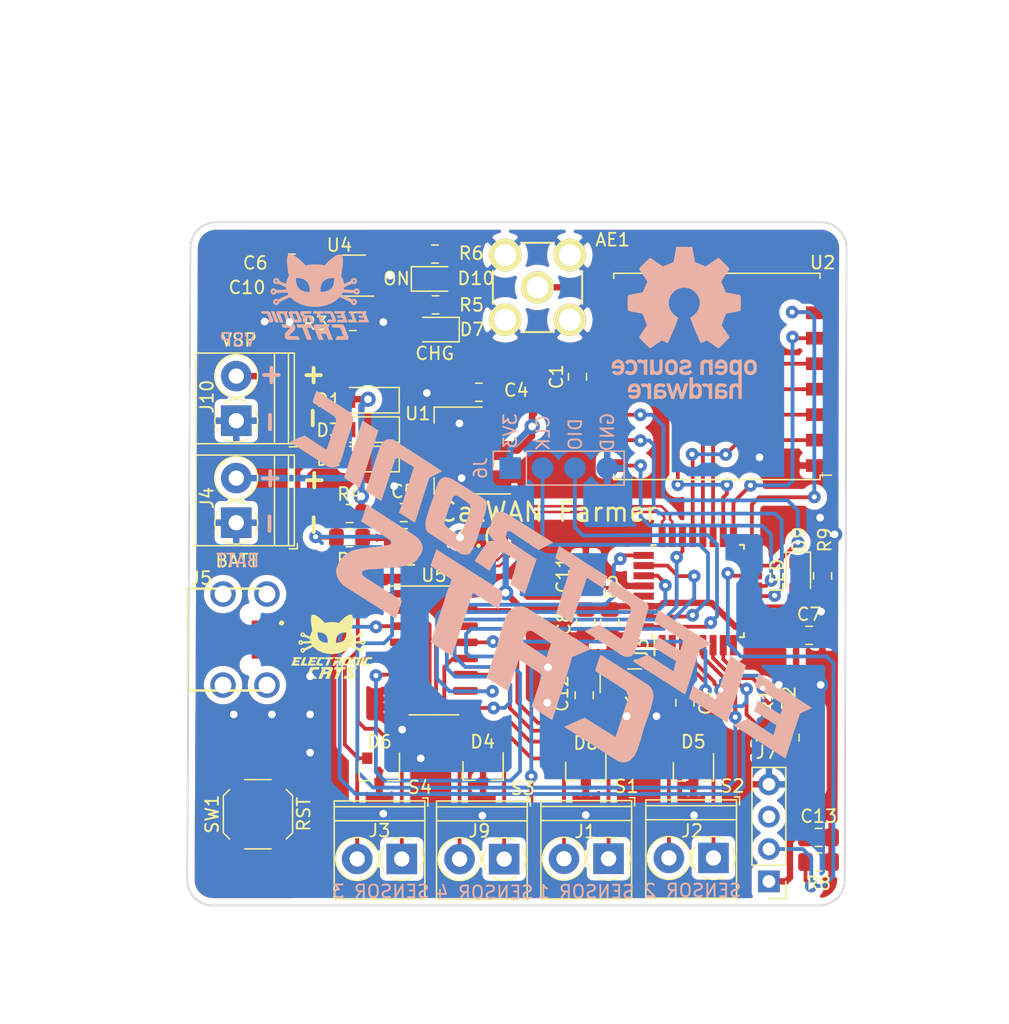
<source format=kicad_pcb>
(kicad_pcb (version 20171130) (host pcbnew "(5.1.5-0-10_14)")
  (title_block (title "CatWAN Farmer") (date 2020-06-15) (rev 1.0) (company "Electronic Cats") (comment 1 "Montserrat Figueroa") (comment 2 "Eduardo Contreras"))
  (layers (0 F.Cu signal) (31 B.Cu signal) (34 B.Paste user) (35 F.Paste user) (36 B.SilkS user) (37 F.SilkS user) (38 B.Mask user) (39 F.Mask user) (44 Edge.Cuts user))
  (net 0 "")
  (net 1 "Net-(AE1-Pad1)")
  (net 2 GND)
  (net 3 +3V3)
  (net 4 VCC)
  (net 5 "Net-(D7-Pad1)")
  (net 6 "Net-(D10-Pad1)")
  (net 7 /D-)
  (net 8 /D+)
  (net 9 /SWDIO)
  (net 10 /DHT_DAT)
  (net 11 /SENS_X)
  (net 12 /SENS_Y)
  (net 13 "Net-(R3-Pad2)")
  (net 14 "Net-(R5-Pad1)")
  (net 15 "Net-(SW1-Pad2)")
  (net 16 /DIO0)
  (net 17 /S0)
  (net 18 /S1)
  (net 19 /EN)
  (net 20 /DIO5)
  (net 21 /RFM_RST)
  (net 22 /SS)
  (net 23 /MOSI)
  (net 24 /SCK)
  (net 25 /MIS0)
  (net 26 /DIO1)
  (net 27 /DIO2)
  (net 28 /SWCLK)
  (net 29 /BAT)
  (net 30 "Net-(C11-Pad2)")
  (net 31 "Net-(D2-Pad2)")
  (net 32 +5V)
  (net 33 /Y1)
  (net 34 /Y2)
  (net 35 /ADC_BAT)
  (net 36 "Net-(D4-Pad1)")
  (net 37 "Net-(D4-Pad2)")
  (net 38 "Net-(D5-Pad1)")
  (net 39 "Net-(D5-Pad2)")
  (net 40 "Net-(D6-Pad2)")
  (net 41 "Net-(D6-Pad1)")
  (net 42 "Net-(D8-Pad2)")
  (net 43 "Net-(D8-Pad1)")
  (net 44 /LED)
  (net 45 "Net-(D9-Pad1)")
  (net 46 "Net-(J7-Pad3)")
  (net 47 "Net-(U2-Pad11)")
  (net 48 "Net-(U2-Pad12)")
  (net 49 "Net-(U3-Pad8)")
  (module Aesthetics:titule_electronic_med (layer B.Cu) (at 143.91 82.21 180)
    (fp_text reference svg2mod hide)
    (fp_text value electronic hide)
  )
  (module Aesthetics:electronic_cats_logo_8x6 (layer B.Cu) (at 125.39 60.23 180)
    (fp_text reference G*** hide)
    (fp_text value LOGO hide)
  )
  (module Aesthetics:electronic_cats_logo_4x3 (layer F.Cu) (at 126.71 87.68)
    (fp_text reference G*** hide)
    (fp_text value LOGO hide)
  )
  (module Rf:AMPHENOL_901-144 (layer F.Cu) (at 142.86 59.47)
    (fp_text reference AE1 (at 5.9 -3.74) (layer F.SilkS))
    (fp_text value Antenna_Shield)
    (pad 1 thru_hole circle (at 0 0) (size 2.5527 2.5527) (drill 1.7018) (layers *.Cu *.Mask F.SilkS) (net 1 "Net-(AE1-Pad1)"))
    (pad 2 thru_hole circle (at -2.54 -2.54) (size 2.5527 2.5527) (drill 1.7018) (layers *.Cu *.Mask F.SilkS) (net 2 GND))
    (pad 2 thru_hole circle (at -2.54 2.54) (size 2.5527 2.5527) (drill 1.7018) (layers *.Cu *.Mask F.SilkS) (net 2 GND))
    (pad 2 thru_hole circle (at 2.54 2.54) (size 2.5527 2.5527) (drill 1.7018) (layers *.Cu *.Mask F.SilkS) (net 2 GND))
    (pad 2 thru_hole circle (at 2.54 -2.54) (size 2.5527 2.5527) (drill 1.7018) (layers *.Cu *.Mask F.SilkS) (net 2 GND))
  )
  (module TerminalBlock_Phoenix:TerminalBlock_Phoenix_PT-1,5-2-3.5-H_1x02_P3.50mm_Horizontal (layer F.Cu) (at 132.2 104.35 180)
    (fp_text reference J3 (at 1.75 2.225 180) (layer F.SilkS))
    (fp_text value "SENSOR 3" (at 1.65 -2.55 180) (layer B.SilkS) (effects (justify mirror)))
    (pad 2 thru_hole rect (at 0 0 180) (size 2.4 2.4) (drill 1.2) (layers *.Cu *.Mask) (net 41 "Net-(D6-Pad1)"))
    (pad 1 thru_hole circle (at 3.5 0 180) (size 2.4 2.4) (drill 1.2) (layers *.Cu *.Mask) (net 40 "Net-(D6-Pad2)"))
  )
  (module Package_SO:SOIC-16_3.9x9.9mm_P1.27mm (layer F.Cu) (at 134.725 87.975)
    (fp_text reference U5 (at 0 -5.9) (layer F.SilkS))
    (fp_text value 74HC4052)
    (pad 1 smd roundrect (at -2.475 -4.445) (size 1.95 0.6) (layers F.Cu F.Paste F.Mask) (net 40 "Net-(D6-Pad2)"))
    (pad 2 smd roundrect (at -2.475 -3.175) (size 1.95 0.6) (layers F.Cu F.Paste F.Mask) (net 36 "Net-(D4-Pad1)"))
    (pad 3 smd roundrect (at -2.475 -1.905) (size 1.95 0.6) (layers F.Cu F.Paste F.Mask) (net 12 /SENS_Y))
    (pad 4 smd roundrect (at -2.475 -0.635) (size 1.95 0.6) (layers F.Cu F.Paste F.Mask) (net 37 "Net-(D4-Pad2)"))
    (pad 5 smd roundrect (at -2.475 0.635) (size 1.95 0.6) (layers F.Cu F.Paste F.Mask) (net 41 "Net-(D6-Pad1)"))
    (pad 6 smd roundrect (at -2.475 1.905) (size 1.95 0.6) (layers F.Cu F.Paste F.Mask) (net 19 /EN))
    (pad 7 smd roundrect (at -2.475 3.175) (size 1.95 0.6) (layers F.Cu F.Paste F.Mask) (net 2 GND))
    (pad 8 smd roundrect (at -2.475 4.445) (size 1.95 0.6) (layers F.Cu F.Paste F.Mask) (net 2 GND))
    (pad 9 smd roundrect (at 2.475 4.445) (size 1.95 0.6) (layers F.Cu F.Paste F.Mask) (net 18 /S1))
    (pad 10 smd roundrect (at 2.475 3.175) (size 1.95 0.6) (layers F.Cu F.Paste F.Mask) (net 17 /S0))
    (pad 11 smd roundrect (at 2.475 1.905) (size 1.95 0.6) (layers F.Cu F.Paste F.Mask) (net 39 "Net-(D5-Pad2)"))
    (pad 12 smd roundrect (at 2.475 0.635) (size 1.95 0.6) (layers F.Cu F.Paste F.Mask) (net 43 "Net-(D8-Pad1)"))
    (pad 13 smd roundrect (at 2.475 -0.635) (size 1.95 0.6) (layers F.Cu F.Paste F.Mask) (net 11 /SENS_X))
    (pad 14 smd roundrect (at 2.475 -1.905) (size 1.95 0.6) (layers F.Cu F.Paste F.Mask) (net 42 "Net-(D8-Pad2)"))
    (pad 15 smd roundrect (at 2.475 -3.175) (size 1.95 0.6) (layers F.Cu F.Paste F.Mask) (net 38 "Net-(D5-Pad1)"))
    (pad 16 smd roundrect (at 2.475 -4.445) (size 1.95 0.6) (layers F.Cu F.Paste F.Mask) (net 3 +3V3))
  )
  (module RF_Module:HOPERF_RFM9XW_SMD (layer F.Cu) (at 156.95 66.46 180)
    (fp_text reference U2 (at -8.3 8.935) (layer F.SilkS))
    (fp_text value RFM95W-915S2)
    (pad 1 smd rect (at -8 -7 180) (size 2 1) (layers F.Cu F.Paste F.Mask) (net 2 GND))
    (pad 2 smd rect (at -8 -5 180) (size 2 1) (layers F.Cu F.Paste F.Mask) (net 25 /MIS0))
    (pad 3 smd rect (at -8 -3 180) (size 2 1) (layers F.Cu F.Paste F.Mask) (net 23 /MOSI))
    (pad 4 smd rect (at -8 -1 180) (size 2 1) (layers F.Cu F.Paste F.Mask) (net 24 /SCK))
    (pad 5 smd rect (at -8 1 180) (size 2 1) (layers F.Cu F.Paste F.Mask) (net 22 /SS))
    (pad 6 smd rect (at -8 3 180) (size 2 1) (layers F.Cu F.Paste F.Mask) (net 21 /RFM_RST))
    (pad 7 smd rect (at -8 5 180) (size 2 1) (layers F.Cu F.Paste F.Mask) (net 20 /DIO5))
    (pad 8 smd rect (at -8 7 180) (size 2 1) (layers F.Cu F.Paste F.Mask) (net 2 GND))
    (pad 9 smd rect (at 8 7 180) (size 2 1) (layers F.Cu F.Paste F.Mask) (net 1 "Net-(AE1-Pad1)"))
    (pad 10 smd rect (at 8 5 180) (size 2 1) (layers F.Cu F.Paste F.Mask) (net 2 GND))
    (pad 11 smd rect (at 8 3 180) (size 2 1) (layers F.Cu F.Paste F.Mask) (net 47 "Net-(U2-Pad11)"))
    (pad 12 smd rect (at 8 1 180) (size 2 1) (layers F.Cu F.Paste F.Mask) (net 48 "Net-(U2-Pad12)"))
    (pad 13 smd rect (at 8 -1 180) (size 2 1) (layers F.Cu F.Paste F.Mask) (net 3 +3V3))
    (pad 14 smd rect (at 8 -3 180) (size 2 1) (layers F.Cu F.Paste F.Mask) (net 16 /DIO0))
    (pad 15 smd rect (at 8 -5 180) (size 2 1) (layers F.Cu F.Paste F.Mask) (net 26 /DIO1))
    (pad 16 smd rect (at 8 -7 180) (size 2 1) (layers F.Cu F.Paste F.Mask) (net 27 /DIO2))
  )
  (module Symbols:OSHW-Logo_11.4x12mm_SilkScreen (layer B.Cu) (at 154.4 62.25 180)
    (fp_text reference REF*** hide)
    (fp_text value OSHW-Logo_11.4x12mm_SilkScreen hide)
  )
  (module Capacitor_SMD:C_0805_2012Metric_Pad1.15x1.40mm_HandSolder (layer F.Cu) (at 146 66.485 90)
    (fp_text reference C1 (at 0 -1.65 90) (layer F.SilkS))
    (fp_text value 0.1uf)
    (pad 2 smd roundrect (at 1.025 0 90) (size 1.15 1.4) (layers F.Cu F.Paste F.Mask) (roundrect_rratio 0.217391) (net 2 GND))
    (pad 1 smd roundrect (at -1.025 0 90) (size 1.15 1.4) (layers F.Cu F.Paste F.Mask) (roundrect_rratio 0.217391) (net 3 +3V3))
  )
  (module Capacitor_SMD:C_0805_2012Metric_Pad1.15x1.40mm_HandSolder (layer F.Cu) (at 132.38 79.13 180)
    (fp_text reference C2 (at -0.02 -1.67) (layer F.SilkS))
    (fp_text value 0.1uf)
    (pad 2 smd roundrect (at 1.025 0 180) (size 1.15 1.4) (layers F.Cu F.Paste F.Mask) (roundrect_rratio 0.217391) (net 2 GND))
    (pad 1 smd roundrect (at -1.025 0 180) (size 1.15 1.4) (layers F.Cu F.Paste F.Mask) (roundrect_rratio 0.217391) (net 3 +3V3))
  )
  (module Capacitor_SMD:C_0805_2012Metric_Pad1.15x1.40mm_HandSolder (layer F.Cu) (at 148.536 85.789 270)
    (fp_text reference C3 (at -2.809 -0.082 90) (layer F.SilkS))
    (fp_text value 1uf)
    (pad 1 smd roundrect (at -1.025 0 270) (size 1.15 1.4) (layers F.Cu F.Paste F.Mask) (roundrect_rratio 0.217391) (net 3 +3V3))
    (pad 2 smd roundrect (at 1.025 0 270) (size 1.15 1.4) (layers F.Cu F.Paste F.Mask) (roundrect_rratio 0.217391) (net 2 GND))
  )
  (module Capacitor_SMD:C_0805_2012Metric_Pad1.15x1.40mm_HandSolder (layer F.Cu) (at 138.25 67.7 180)
    (fp_text reference C4 (at -2.943 0.16) (layer F.SilkS))
    (fp_text value 10uf)
    (pad 1 smd roundrect (at -1.025 0 180) (size 1.15 1.4) (layers F.Cu F.Paste F.Mask) (roundrect_rratio 0.217391) (net 4 VCC))
    (pad 2 smd roundrect (at 1.025 0 180) (size 1.15 1.4) (layers F.Cu F.Paste F.Mask) (roundrect_rratio 0.217391) (net 2 GND))
  )
  (module Capacitor_SMD:C_0805_2012Metric_Pad1.15x1.40mm_HandSolder (layer F.Cu) (at 132.35 77.15 180)
    (fp_text reference C5 (at 0.025 1.65) (layer F.SilkS))
    (fp_text value 10uf)
    (pad 1 smd roundrect (at -1.025 0 180) (size 1.15 1.4) (layers F.Cu F.Paste F.Mask) (roundrect_rratio 0.217391) (net 3 +3V3))
    (pad 2 smd roundrect (at 1.025 0 180) (size 1.15 1.4) (layers F.Cu F.Paste F.Mask) (roundrect_rratio 0.217391) (net 2 GND))
  )
  (module Capacitor_SMD:C_0805_2012Metric_Pad1.15x1.40mm_HandSolder (layer F.Cu) (at 123.571 57.564)
    (fp_text reference C6 (at -2.871 -0.014) (layer F.SilkS))
    (fp_text value 10uf)
    (pad 2 smd roundrect (at 1.025 0) (size 1.15 1.4) (layers F.Cu F.Paste F.Mask) (roundrect_rratio 0.217391) (net 29 /BAT))
    (pad 1 smd roundrect (at -1.025 0) (size 1.15 1.4) (layers F.Cu F.Paste F.Mask) (roundrect_rratio 0.217391) (net 2 GND))
  )
  (module Capacitor_SMD:C_0805_2012Metric_Pad1.15x1.40mm_HandSolder (layer F.Cu) (at 164.197 86.79)
    (fp_text reference C7 (at 0 -1.65) (layer F.SilkS))
    (fp_text value 0.1uf)
    (pad 1 smd roundrect (at -1.025 0) (size 1.15 1.4) (layers F.Cu F.Paste F.Mask) (roundrect_rratio 0.217391) (net 3 +3V3))
    (pad 2 smd roundrect (at 1.025 0) (size 1.15 1.4) (layers F.Cu F.Paste F.Mask) (roundrect_rratio 0.217391) (net 2 GND))
  )
  (module Capacitor_SMD:C_0805_2012Metric_Pad1.15x1.40mm_HandSolder (layer F.Cu) (at 146.64 85.785 270)
    (fp_text reference C8 (at 0.065 1.715 90) (layer F.SilkS))
    (fp_text value 0.1uf)
    (pad 2 smd roundrect (at 1.025 0 270) (size 1.15 1.4) (layers F.Cu F.Paste F.Mask) (roundrect_rratio 0.217391) (net 2 GND))
    (pad 1 smd roundrect (at -1.025 0 270) (size 1.15 1.4) (layers F.Cu F.Paste F.Mask) (roundrect_rratio 0.217391) (net 3 +3V3))
  )
  (module Capacitor_SMD:C_0805_2012Metric_Pad1.15x1.40mm_HandSolder (layer F.Cu) (at 154.44 92.085 270)
    (fp_text reference C9 (at 0 -1.65 90) (layer F.SilkS))
    (fp_text value 15pF)
    (pad 1 smd roundrect (at -1.025 0 270) (size 1.15 1.4) (layers F.Cu F.Paste F.Mask) (roundrect_rratio 0.217391) (net 33 /Y1))
    (pad 2 smd roundrect (at 1.025 0 270) (size 1.15 1.4) (layers F.Cu F.Paste F.Mask) (roundrect_rratio 0.217391) (net 2 GND))
  )
  (module Capacitor_SMD:C_0805_2012Metric_Pad1.15x1.40mm_HandSolder (layer F.Cu) (at 123.571 59.484 180)
    (fp_text reference C10 (at 3.525 0.01) (layer F.SilkS))
    (fp_text value 10uF)
    (pad 2 smd roundrect (at 1.025 0 180) (size 1.15 1.4) (layers F.Cu F.Paste F.Mask) (roundrect_rratio 0.217391) (net 2 GND))
    (pad 1 smd roundrect (at -1.025 0 180) (size 1.15 1.4) (layers F.Cu F.Paste F.Mask) (roundrect_rratio 0.217391) (net 4 VCC))
  )
  (module Capacitor_SMD:C_0805_2012Metric_Pad1.15x1.40mm_HandSolder (layer F.Cu) (at 146.66 82.04 270)
    (fp_text reference C11 (at 0.01 1.785 90) (layer F.SilkS))
    (fp_text value 1uF)
    (pad 1 smd roundrect (at -1.025 0 270) (size 1.15 1.4) (layers F.Cu F.Paste F.Mask) (roundrect_rratio 0.217391) (net 2 GND))
    (pad 2 smd roundrect (at 1.025 0 270) (size 1.15 1.4) (layers F.Cu F.Paste F.Mask) (roundrect_rratio 0.217391) (net 30 "Net-(C11-Pad2)"))
  )
  (module Capacitor_SMD:C_0805_2012Metric_Pad1.15x1.40mm_HandSolder (layer F.Cu) (at 146.53 91.495 270)
    (fp_text reference C12 (at -0.14 1.768 90) (layer F.SilkS))
    (fp_text value 15pF)
    (pad 2 smd roundrect (at 1.025 0 270) (size 1.15 1.4) (layers F.Cu F.Paste F.Mask) (roundrect_rratio 0.217391) (net 2 GND))
    (pad 1 smd roundrect (at -1.025 0 270) (size 1.15 1.4) (layers F.Cu F.Paste F.Mask) (roundrect_rratio 0.217391) (net 34 /Y2))
  )
  (module Capacitor_SMD:C_0805_2012Metric_Pad1.15x1.40mm_HandSolder (layer F.Cu) (at 164.933 102.656)
    (fp_text reference C13 (at 0.015 -1.66) (layer F.SilkS))
    (fp_text value 0.1uf)
    (pad 1 smd roundrect (at -1.025 0) (size 1.15 1.4) (layers F.Cu F.Paste F.Mask) (roundrect_rratio 0.217391) (net 3 +3V3))
    (pad 2 smd roundrect (at 1.025 0) (size 1.15 1.4) (layers F.Cu F.Paste F.Mask) (roundrect_rratio 0.217391) (net 2 GND))
  )
  (module Diode_SMD:D_SOD-123 (layer F.Cu) (at 129.752 68.326 180)
    (fp_text reference D1 (at 3.3 0) (layer F.SilkS))
    (fp_text value D_Schottky)
    (pad 1 smd rect (at -1.65 0 180) (size 0.9 1.2) (layers F.Cu F.Paste F.Mask) (net 4 VCC))
    (pad 2 smd rect (at 1.65 0 180) (size 0.9 1.2) (layers F.Cu F.Paste F.Mask) (net 29 /BAT))
  )
  (module Diode_SMD:D_SOD-123 (layer F.Cu) (at 129.752 72.946 180)
    (fp_text reference D2 (at 3.3 -0.01) (layer F.SilkS))
    (fp_text value D_Schottky)
    (pad 2 smd rect (at 1.65 0 180) (size 0.9 1.2) (layers F.Cu F.Paste F.Mask) (net 31 "Net-(D2-Pad2)"))
    (pad 1 smd rect (at -1.65 0 180) (size 0.9 1.2) (layers F.Cu F.Paste F.Mask) (net 4 VCC))
  )
  (module Diode_SMD:D_SOD-123 (layer F.Cu) (at 129.762 70.636 180)
    (fp_text reference D3 (at 3.3 -0.05) (layer F.SilkS))
    (fp_text value D_Schottky)
    (pad 1 smd rect (at -1.65 0 180) (size 0.9 1.2) (layers F.Cu F.Paste F.Mask) (net 4 VCC))
    (pad 2 smd rect (at 1.65 0 180) (size 0.9 1.2) (layers F.Cu F.Paste F.Mask) (net 32 +5V))
  )
  (module Package_TO_SOT_SMD:SOT-23 (layer F.Cu) (at 138.585 97.41 270)
    (fp_text reference D4 (at -2.26 0.035 180) (layer F.SilkS))
    (fp_text value AZ23C9V1)
    (pad 1 smd rect (at -1 -0.95 270) (size 0.9 0.8) (layers F.Cu F.Paste F.Mask) (net 36 "Net-(D4-Pad1)"))
    (pad 2 smd rect (at -1 0.95 270) (size 0.9 0.8) (layers F.Cu F.Paste F.Mask) (net 37 "Net-(D4-Pad2)"))
    (pad 3 smd rect (at 1 0 270) (size 0.9 0.8) (layers F.Cu F.Paste F.Mask) (net 2 GND))
  )
  (module Package_TO_SOT_SMD:SOT-23 (layer F.Cu) (at 155.11 97.47 270)
    (fp_text reference D5 (at -2.32 0.01 180) (layer F.SilkS))
    (fp_text value AZ23C9V1)
    (pad 1 smd rect (at -1 -0.95 270) (size 0.9 0.8) (layers F.Cu F.Paste F.Mask) (net 38 "Net-(D5-Pad1)"))
    (pad 2 smd rect (at -1 0.95 270) (size 0.9 0.8) (layers F.Cu F.Paste F.Mask) (net 39 "Net-(D5-Pad2)"))
    (pad 3 smd rect (at 1 0 270) (size 0.9 0.8) (layers F.Cu F.Paste F.Mask) (net 2 GND))
  )
  (module Package_TO_SOT_SMD:SOT-23 (layer F.Cu) (at 130.44 97.44 270)
    (fp_text reference D6 (at -2.29 -0.01 180) (layer F.SilkS))
    (fp_text value AZ23C9V1)
    (pad 3 smd rect (at 1 0 270) (size 0.9 0.8) (layers F.Cu F.Paste F.Mask) (net 2 GND))
    (pad 2 smd rect (at -1 0.95 270) (size 0.9 0.8) (layers F.Cu F.Paste F.Mask) (net 40 "Net-(D6-Pad2)"))
    (pad 1 smd rect (at -1 -0.95 270) (size 0.9 0.8) (layers F.Cu F.Paste F.Mask) (net 41 "Net-(D6-Pad1)"))
  )
  (module LED_SMD:LED_0805_2012Metric_Pad1.15x1.40mm_HandSolder (layer F.Cu) (at 134.852 62.78 180)
    (fp_text reference D7 (at -2.873 0.005) (layer F.SilkS))
    (fp_text value CHG (at 0.062 -1.87) (layer F.SilkS))
    (pad 1 smd roundrect (at -1.025 0 180) (size 1.15 1.4) (layers F.Cu F.Paste F.Mask) (roundrect_rratio 0.217391) (net 5 "Net-(D7-Pad1)"))
    (pad 2 smd roundrect (at 1.025 0 180) (size 1.15 1.4) (layers F.Cu F.Paste F.Mask) (roundrect_rratio 0.217391) (net 4 VCC))
  )
  (module Package_TO_SOT_SMD:SOT-23 (layer F.Cu) (at 146.655 97.46 270)
    (fp_text reference D8 (at -2.21 0.005 180) (layer F.SilkS))
    (fp_text value AZ23C9V1)
    (pad 1 smd rect (at -1 -0.95 270) (size 0.9 0.8) (layers F.Cu F.Paste F.Mask) (net 43 "Net-(D8-Pad1)"))
    (pad 2 smd rect (at -1 0.95 270) (size 0.9 0.8) (layers F.Cu F.Paste F.Mask) (net 42 "Net-(D8-Pad2)"))
    (pad 3 smd rect (at 1 0 270) (size 0.9 0.8) (layers F.Cu F.Paste F.Mask) (net 2 GND))
  )
  (module LED_SMD:LED_0805_2012Metric_Pad1.15x1.40mm_HandSolder (layer F.Cu) (at 163.342 82.11 270)
    (fp_text reference D9 (at -2.87 -0.07 90) (layer F.SilkS))
    (fp_text value LED (at 0 1.65 90) (layer F.SilkS))
    (pad 2 smd roundrect (at 1.025 0 270) (size 1.15 1.4) (layers F.Cu F.Paste F.Mask) (roundrect_rratio 0.217391) (net 44 /LED))
    (pad 1 smd roundrect (at -1.025 0 270) (size 1.15 1.4) (layers F.Cu F.Paste F.Mask) (roundrect_rratio 0.217391) (net 45 "Net-(D9-Pad1)"))
  )
  (module LED_SMD:LED_0805_2012Metric_Pad1.15x1.40mm_HandSolder (layer F.Cu) (at 134.808 58.8)
    (fp_text reference D10 (at 3.222 -0.04) (layer F.SilkS))
    (fp_text value ON (at -3.018 -0.02) (layer F.SilkS))
    (pad 1 smd roundrect (at -1.025 0) (size 1.15 1.4) (layers F.Cu F.Paste F.Mask) (roundrect_rratio 0.217391) (net 6 "Net-(D10-Pad1)"))
    (pad 2 smd roundrect (at 1.025 0) (size 1.15 1.4) (layers F.Cu F.Paste F.Mask) (roundrect_rratio 0.217391) (net 3 +3V3))
  )
  (module TerminalBlock_Phoenix:TerminalBlock_Phoenix_PT-1,5-2-3.5-H_1x02_P3.50mm_Horizontal (layer F.Cu) (at 148.44 104.33 180)
    (fp_text reference J1 (at 1.815 2.13) (layer F.SilkS))
    (fp_text value "SENSOR 1" (at 1.79 -2.595) (layer B.SilkS) (effects (justify mirror)))
    (pad 1 thru_hole rect (at 0 0 180) (size 2.4 2.4) (drill 1.2) (layers *.Cu *.Mask) (net 43 "Net-(D8-Pad1)"))
    (pad 2 thru_hole circle (at 3.5 0 180) (size 2.4 2.4) (drill 1.2) (layers *.Cu *.Mask) (net 42 "Net-(D8-Pad2)"))
  )
  (module TerminalBlock_Phoenix:TerminalBlock_Phoenix_PT-1,5-2-3.5-H_1x02_P3.50mm_Horizontal (layer F.Cu) (at 156.68 104.27 180)
    (fp_text reference J2 (at 1.68 2.12) (layer F.SilkS))
    (fp_text value "SENSOR 2" (at 1.63 -2.555) (layer B.SilkS) (effects (justify mirror)))
    (pad 2 thru_hole circle (at 3.5 0 180) (size 2.4 2.4) (drill 1.2) (layers *.Cu *.Mask) (net 39 "Net-(D5-Pad2)"))
    (pad 1 thru_hole rect (at 0 0 180) (size 2.4 2.4) (drill 1.2) (layers *.Cu *.Mask) (net 38 "Net-(D5-Pad1)"))
  )
  (module TerminalBlock_Phoenix:TerminalBlock_Phoenix_PT-1,5-2-3.5-H_1x02_P3.50mm_Horizontal (layer F.Cu) (at 119.2 77.944 90)
    (fp_text reference J4 (at 1.944 -2.3 270) (layer F.SilkS))
    (fp_text value BATT (at -2.981 0.05 180) (layer F.SilkS))
    (pad 2 thru_hole circle (at 3.5 0 90) (size 2.4 2.4) (drill 1.2) (layers *.Cu *.Mask) (net 29 /BAT))
    (pad 1 thru_hole rect (at 0 0 90) (size 2.4 2.4) (drill 1.2) (layers *.Cu *.Mask) (net 2 GND))
  )
  (module "Connectors electroniccats:U254051N4BH806" (layer F.Cu) (at 119.126 87.122 270)
    (fp_text reference J5 (at -4.822 2.676 180) (layer F.SilkS))
    (fp_text value USB_B hide)
    (pad MH6 np_thru_hole circle (at 2 -1.165 270) (size 0.65 0) (drill 0.65) (layers *.Cu *.Mask))
    (pad MH5 np_thru_hole circle (at -2 -1.165 270) (size 0.65 0) (drill 0.65) (layers *.Cu *.Mask))
    (pad 6 thru_hole circle (at -3.575 -2.485 270) (size 2 2) (drill 1.3285) (layers *.Cu *.Mask))
    (pad 6 thru_hole circle (at 3.575 -2.485 270) (size 2 2) (drill 1.3285) (layers *.Cu *.Mask))
    (pad 6 thru_hole circle (at 3.575 0.965 270) (size 2 2) (drill 1.3285) (layers *.Cu *.Mask))
    (pad 6 thru_hole circle (at -3.575 0.965 270) (size 2 2) (drill 1.3285) (layers *.Cu *.Mask))
    (pad 5 smd rect (at 1.3 -2.185 270) (size 0.4 1.8) (layers F.Cu F.Paste F.Mask) (net 2 GND))
    (pad 4 smd rect (at 0.65 -2.185 270) (size 0.4 1.8) (layers F.Cu F.Paste F.Mask) (net 2 GND))
    (pad 3 smd rect (at 0 -2.185 270) (size 0.4 1.8) (layers F.Cu F.Paste F.Mask) (net 8 /D+))
    (pad 2 smd rect (at -0.65 -2.185 270) (size 0.4 1.8) (layers F.Cu F.Paste F.Mask) (net 7 /D-))
    (pad 1 smd rect (at -1.3 -2.185 270) (size 0.4 1.8) (layers F.Cu F.Paste F.Mask) (net 31 "Net-(D2-Pad2)"))
  )
  (module Connector_PinHeader_2.54mm:PinHeader_1x04_P2.54mm_Vertical (layer B.Cu) (at 140.716 73.66 270)
    (fp_text reference J6 (at 0 2.33 270) (layer B.SilkS) (effects (justify mirror)))
    (fp_text value SWD)
    (pad 4 smd oval (at 0 -7.62 270) (size 1.7 1.7) (layers B.Cu B.Paste B.Mask) (net 2 GND))
    (pad 3 smd oval (at 0 -5.08 270) (size 1.7 1.7) (layers B.Cu B.Paste B.Mask) (net 9 /SWDIO))
    (pad 2 smd oval (at 0 -2.54 270) (size 1.7 1.7) (layers B.Cu B.Paste B.Mask) (net 28 /SWCLK))
    (pad 1 smd rect (at 0 0 270) (size 1.7 1.7) (layers B.Cu B.Paste B.Mask) (net 3 +3V3))
  )
  (module Connector_PinHeader_2.54mm:PinHeader_1x04_P2.54mm_Vertical (layer F.Cu) (at 161.036 106.11 180)
    (fp_text reference J7 (at 0.19 10.14) (layer F.SilkS))
    (fp_text value DHT22)
    (pad 1 thru_hole rect (at 0 0 180) (size 1.7 1.7) (drill 1) (layers *.Cu *.Mask) (net 3 +3V3))
    (pad 2 thru_hole oval (at 0 2.54 180) (size 1.7 1.7) (drill 1) (layers *.Cu *.Mask) (net 10 /DHT_DAT))
    (pad 3 thru_hole oval (at 0 5.08 180) (size 1.7 1.7) (drill 1) (layers *.Cu *.Mask) (net 46 "Net-(J7-Pad3)"))
    (pad 4 thru_hole oval (at 0 7.62 180) (size 1.7 1.7) (drill 1) (layers *.Cu *.Mask) (net 2 GND))
  )
  (module TerminalBlock_Phoenix:TerminalBlock_Phoenix_PT-1,5-2-3.5-H_1x02_P3.50mm_Horizontal (layer F.Cu) (at 140.24 104.36 180)
    (fp_text reference J9 (at 1.94 2.21) (layer F.SilkS))
    (fp_text value "SENSOR 4" (at 1.515 -2.615) (layer B.SilkS) (effects (justify mirror)))
    (pad 1 thru_hole rect (at 0 0 180) (size 2.4 2.4) (drill 1.2) (layers *.Cu *.Mask) (net 36 "Net-(D4-Pad1)"))
    (pad 2 thru_hole circle (at 3.5 0 180) (size 2.4 2.4) (drill 1.2) (layers *.Cu *.Mask) (net 37 "Net-(D4-Pad2)"))
  )
  (module TerminalBlock_Phoenix:TerminalBlock_Phoenix_PT-1,5-2-3.5-H_1x02_P3.50mm_Horizontal (layer F.Cu) (at 119.2 69.934 90)
    (fp_text reference J10 (at 1.884 -2.3 90) (layer F.SilkS))
    (fp_text value VSP (at 6.334 0.225 180) (layer F.SilkS))
    (pad 2 thru_hole circle (at 3.5 0 90) (size 2.4 2.4) (drill 1.2) (layers *.Cu *.Mask) (net 32 +5V))
    (pad 1 thru_hole rect (at 0 0 90) (size 2.4 2.4) (drill 1.2) (layers *.Cu *.Mask) (net 2 GND))
  )
  (module Resistor_SMD:R_0805_2012Metric_Pad1.15x1.40mm_HandSolder (layer F.Cu) (at 160.775 94.825 270)
    (fp_text reference R1 (at -2.868 -0.098 90) (layer F.SilkS))
    (fp_text value 4K7)
    (pad 1 smd roundrect (at -1.025 0 270) (size 1.15 1.4) (layers F.Cu F.Paste F.Mask) (roundrect_rratio 0.217391) (net 11 /SENS_X))
    (pad 2 smd roundrect (at 1.025 0 270) (size 1.15 1.4) (layers F.Cu F.Paste F.Mask) (roundrect_rratio 0.217391) (net 2 GND))
  )
  (module Resistor_SMD:R_0805_2012Metric_Pad1.15x1.40mm_HandSolder (layer F.Cu) (at 162.7 94.825 270)
    (fp_text reference R2 (at -3.079 0.098 90) (layer F.SilkS))
    (fp_text value 4K7)
    (pad 2 smd roundrect (at 1.025 0 270) (size 1.15 1.4) (layers F.Cu F.Paste F.Mask) (roundrect_rratio 0.217391) (net 2 GND))
    (pad 1 smd roundrect (at -1.025 0 270) (size 1.15 1.4) (layers F.Cu F.Paste F.Mask) (roundrect_rratio 0.217391) (net 12 /SENS_Y))
  )
  (module Resistor_SMD:R_0805_2012Metric_Pad1.15x1.40mm_HandSolder (layer F.Cu) (at 128.361 62.144 180)
    (fp_text reference R3 (at 2.943 -0.15) (layer F.SilkS))
    (fp_text value 10K)
    (pad 2 smd roundrect (at 1.025 0 180) (size 1.15 1.4) (layers F.Cu F.Paste F.Mask) (roundrect_rratio 0.217391) (net 13 "Net-(R3-Pad2)"))
    (pad 1 smd roundrect (at -1.025 0 180) (size 1.15 1.4) (layers F.Cu F.Paste F.Mask) (roundrect_rratio 0.217391) (net 2 GND))
  )
  (module Resistor_SMD:R_0805_2012Metric_Pad1.15x1.40mm_HandSolder (layer F.Cu) (at 128.1 77.225 180)
    (fp_text reference R4 (at 0 1.525) (layer F.SilkS))
    (fp_text value 100K)
    (pad 2 smd roundrect (at 1.025 0 180) (size 1.15 1.4) (layers F.Cu F.Paste F.Mask) (roundrect_rratio 0.217391) (net 35 /ADC_BAT))
    (pad 1 smd roundrect (at -1.025 0 180) (size 1.15 1.4) (layers F.Cu F.Paste F.Mask) (roundrect_rratio 0.217391) (net 29 /BAT))
  )
  (module Resistor_SMD:R_0805_2012Metric_Pad1.15x1.40mm_HandSolder (layer F.Cu) (at 134.857 60.84)
    (fp_text reference R5 (at 2.818 0.01) (layer F.SilkS))
    (fp_text value 1K)
    (pad 2 smd roundrect (at 1.025 0) (size 1.15 1.4) (layers F.Cu F.Paste F.Mask) (roundrect_rratio 0.217391) (net 5 "Net-(D7-Pad1)"))
    (pad 1 smd roundrect (at -1.025 0) (size 1.15 1.4) (layers F.Cu F.Paste F.Mask) (roundrect_rratio 0.217391) (net 14 "Net-(R5-Pad1)"))
  )
  (module Resistor_SMD:R_0805_2012Metric_Pad1.15x1.40mm_HandSolder (layer F.Cu) (at 134.808 56.85)
    (fp_text reference R6 (at 2.84 -0.06) (layer F.SilkS))
    (fp_text value 1K)
    (pad 1 smd roundrect (at -1.025 0) (size 1.15 1.4) (layers F.Cu F.Paste F.Mask) (roundrect_rratio 0.217391) (net 6 "Net-(D10-Pad1)"))
    (pad 2 smd roundrect (at 1.025 0) (size 1.15 1.4) (layers F.Cu F.Paste F.Mask) (roundrect_rratio 0.217391) (net 2 GND))
  )
  (module Resistor_SMD:R_0805_2012Metric_Pad1.15x1.40mm_HandSolder (layer F.Cu) (at 128.095 79.12)
    (fp_text reference R7 (at -0.02 1.73) (layer F.SilkS))
    (fp_text value 100K)
    (pad 1 smd roundrect (at -1.025 0) (size 1.15 1.4) (layers F.Cu F.Paste F.Mask) (roundrect_rratio 0.217391) (net 35 /ADC_BAT))
    (pad 2 smd roundrect (at 1.025 0) (size 1.15 1.4) (layers F.Cu F.Paste F.Mask) (roundrect_rratio 0.217391) (net 2 GND))
  )
  (module Resistor_SMD:R_0805_2012Metric_Pad1.15x1.40mm_HandSolder (layer F.Cu) (at 164.933 104.586)
    (fp_text reference R8 (at 0.015 1.68) (layer F.SilkS))
    (fp_text value 47K)
    (pad 1 smd roundrect (at -1.025 0) (size 1.15 1.4) (layers F.Cu F.Paste F.Mask) (roundrect_rratio 0.217391) (net 10 /DHT_DAT))
    (pad 2 smd roundrect (at 1.025 0) (size 1.15 1.4) (layers F.Cu F.Paste F.Mask) (roundrect_rratio 0.217391) (net 2 GND))
  )
  (module Resistor_SMD:R_0805_2012Metric_Pad1.15x1.40mm_HandSolder (layer F.Cu) (at 165.252 82.115 270)
    (fp_text reference R9 (at -2.815 -0.17 90) (layer F.SilkS))
    (fp_text value 1K)
    (pad 1 smd roundrect (at -1.025 0 270) (size 1.15 1.4) (layers F.Cu F.Paste F.Mask) (roundrect_rratio 0.217391) (net 45 "Net-(D9-Pad1)"))
    (pad 2 smd roundrect (at 1.025 0 270) (size 1.15 1.4) (layers F.Cu F.Paste F.Mask) (roundrect_rratio 0.217391) (net 2 GND))
  )
  (module Button_Switch_SMD:SW_SPST_SKQG_WithStem (layer F.Cu) (at 120.904 100.838 90)
    (fp_text reference SW1 (at 0 -3.6 90) (layer F.SilkS))
    (fp_text value RST (at 0 3.6 90) (layer F.SilkS))
    (pad 1 smd rect (at -3.1 -1.85 90) (size 1.8 1.1) (layers F.Cu F.Paste F.Mask) (net 2 GND))
    (pad 1 smd rect (at 3.1 -1.85 90) (size 1.8 1.1) (layers F.Cu F.Paste F.Mask) (net 2 GND))
    (pad 2 smd rect (at -3.1 1.85 90) (size 1.8 1.1) (layers F.Cu F.Paste F.Mask) (net 15 "Net-(SW1-Pad2)"))
    (pad 2 smd rect (at 3.1 1.85 90) (size 1.8 1.1) (layers F.Cu F.Paste F.Mask) (net 15 "Net-(SW1-Pad2)"))
  )
  (module Package_TO_SOT_SMD:SOT-223-3_TabPin2 (layer F.Cu) (at 136.65 72.28 180)
    (fp_text reference U1 (at 3.19 2.9) (layer F.SilkS))
    (fp_text value AP2114N-1.0)
    (pad 2 smd rect (at 3.15 0 180) (size 2 3.8) (layers F.Cu F.Paste F.Mask) (net 3 +3V3))
    (pad 2 smd rect (at -3.15 0 180) (size 2 1.5) (layers F.Cu F.Paste F.Mask) (net 3 +3V3))
    (pad 3 smd rect (at -3.15 2.3 180) (size 2 1.5) (layers F.Cu F.Paste F.Mask) (net 4 VCC))
    (pad 1 smd rect (at -3.15 -2.3 180) (size 2 1.5) (layers F.Cu F.Paste F.Mask) (net 2 GND))
  )
  (module Package_QFP:TQFP-32_7x7mm_P0.8mm (layer F.Cu) (at 155.448 83.312 90)
    (fp_text reference U3 (at -4.688 -4.398 270) (layer F.SilkS))
    (fp_text value ATSAMD21E18A-MU)
    (pad 1 smd rect (at -4.25 -2.8 90) (size 1.6 0.55) (layers F.Cu F.Paste F.Mask) (net 34 /Y2))
    (pad 2 smd rect (at -4.25 -2 90) (size 1.6 0.55) (layers F.Cu F.Paste F.Mask) (net 33 /Y1))
    (pad 3 smd rect (at -4.25 -1.2 90) (size 1.6 0.55) (layers F.Cu F.Paste F.Mask) (net 11 /SENS_X))
    (pad 4 smd rect (at -4.25 -0.4 90) (size 1.6 0.55) (layers F.Cu F.Paste F.Mask) (net 12 /SENS_Y))
    (pad 5 smd rect (at -4.25 0.4 90) (size 1.6 0.55) (layers F.Cu F.Paste F.Mask) (net 35 /ADC_BAT))
    (pad 6 smd rect (at -4.25 1.2 90) (size 1.6 0.55) (layers F.Cu F.Paste F.Mask) (net 11 /SENS_X))
    (pad 7 smd rect (at -4.25 2 90) (size 1.6 0.55) (layers F.Cu F.Paste F.Mask) (net 12 /SENS_Y))
    (pad 8 smd rect (at -4.25 2.8 90) (size 1.6 0.55) (layers F.Cu F.Paste F.Mask) (net 49 "Net-(U3-Pad8)"))
    (pad 9 smd rect (at -2.8 4.25 180) (size 1.6 0.55) (layers F.Cu F.Paste F.Mask) (net 3 +3V3))
    (pad 10 smd rect (at -2 4.25 180) (size 1.6 0.55) (layers F.Cu F.Paste F.Mask) (net 2 GND))
    (pad 11 smd rect (at -1.2 4.25 180) (size 1.6 0.55) (layers F.Cu F.Paste F.Mask) (net 44 /LED))
    (pad 12 smd rect (at -0.4 4.25 180) (size 1.6 0.55) (layers F.Cu F.Paste F.Mask) (net 26 /DIO1))
    (pad 13 smd rect (at 0.4 4.25 180) (size 1.6 0.55) (layers F.Cu F.Paste F.Mask) (net 27 /DIO2))
    (pad 14 smd rect (at 1.2 4.25 180) (size 1.6 0.55) (layers F.Cu F.Paste F.Mask) (net 10 /DHT_DAT))
    (pad 15 smd rect (at 2 4.25 180) (size 1.6 0.55) (layers F.Cu F.Paste F.Mask) (net 16 /DIO0))
    (pad 16 smd rect (at 2.8 4.25 180) (size 1.6 0.55) (layers F.Cu F.Paste F.Mask) (net 20 /DIO5))
    (pad 17 smd rect (at 4.25 2.8 90) (size 1.6 0.55) (layers F.Cu F.Paste F.Mask) (net 21 /RFM_RST))
    (pad 18 smd rect (at 4.25 2 90) (size 1.6 0.55) (layers F.Cu F.Paste F.Mask) (net 22 /SS))
    (pad 19 smd rect (at 4.25 1.2 90) (size 1.6 0.55) (layers F.Cu F.Paste F.Mask) (net 23 /MOSI))
    (pad 20 smd rect (at 4.25 0.4 90) (size 1.6 0.55) (layers F.Cu F.Paste F.Mask) (net 24 /SCK))
    (pad 21 smd rect (at 4.25 -0.4 90) (size 1.6 0.55) (layers F.Cu F.Paste F.Mask) (net 25 /MIS0))
    (pad 22 smd rect (at 4.25 -1.2 90) (size 1.6 0.55) (layers F.Cu F.Paste F.Mask) (net 19 /EN))
    (pad 23 smd rect (at 4.25 -2 90) (size 1.6 0.55) (layers F.Cu F.Paste F.Mask) (net 7 /D-))
    (pad 24 smd rect (at 4.25 -2.8 90) (size 1.6 0.55) (layers F.Cu F.Paste F.Mask) (net 8 /D+))
    (pad 25 smd rect (at 2.8 -4.25 180) (size 1.6 0.55) (layers F.Cu F.Paste F.Mask) (net 17 /S0))
    (pad 26 smd rect (at 2 -4.25 180) (size 1.6 0.55) (layers F.Cu F.Paste F.Mask) (net 15 "Net-(SW1-Pad2)"))
    (pad 27 smd rect (at 1.2 -4.25 180) (size 1.6 0.55) (layers F.Cu F.Paste F.Mask) (net 18 /S1))
    (pad 28 smd rect (at 0.4 -4.25 180) (size 1.6 0.55) (layers F.Cu F.Paste F.Mask) (net 2 GND))
    (pad 29 smd rect (at -0.4 -4.25 180) (size 1.6 0.55) (layers F.Cu F.Paste F.Mask) (net 30 "Net-(C11-Pad2)"))
    (pad 30 smd rect (at -1.2 -4.25 180) (size 1.6 0.55) (layers F.Cu F.Paste F.Mask) (net 3 +3V3))
    (pad 31 smd rect (at -2 -4.25 180) (size 1.6 0.55) (layers F.Cu F.Paste F.Mask) (net 28 /SWCLK))
    (pad 32 smd rect (at -2.8 -4.25 180) (size 1.6 0.55) (layers F.Cu F.Paste F.Mask) (net 9 /SWDIO))
  )
  (module Package_TO_SOT_SMD:SOT-23-5 (layer F.Cu) (at 128.436 58.544 180)
    (fp_text reference U4 (at 1.136 2.394) (layer F.SilkS))
    (fp_text value MCP73831-4-OT)
    (pad 1 smd rect (at -1.1 -0.95 180) (size 1.06 0.65) (layers F.Cu F.Paste F.Mask) (net 14 "Net-(R5-Pad1)"))
    (pad 2 smd rect (at -1.1 0 180) (size 1.06 0.65) (layers F.Cu F.Paste F.Mask) (net 2 GND))
    (pad 3 smd rect (at -1.1 0.95 180) (size 1.06 0.65) (layers F.Cu F.Paste F.Mask) (net 29 /BAT))
    (pad 4 smd rect (at 1.1 0.95 180) (size 1.06 0.65) (layers F.Cu F.Paste F.Mask) (net 4 VCC))
    (pad 5 smd rect (at 1.1 -0.95 180) (size 1.06 0.65) (layers F.Cu F.Paste F.Mask) (net 13 "Net-(R3-Pad2)"))
  )
  (module Crystal:Crystal_SMD_MicroCrystal_CC7V-T1A-2Pin_3.2x1.5mm_HandSoldering (layer F.Cu) (at 150.481 90.378)
    (fp_text reference Y1 (at 0.119 1.822) (layer F.SilkS))
    (fp_text value 32.768Khz)
    (pad 1 smd rect (at -1.625 0) (size 1.75 1.8) (layers F.Cu F.Paste F.Mask) (net 34 /Y2))
    (pad 2 smd rect (at 1.625 0) (size 1.75 1.8) (layers F.Cu F.Paste F.Mask) (net 33 /Y1))
  )
  (gr_text v1.0 (at 137.66 79.14) (layer F.SilkS) (effects (font (size 1.5 1.5) (thickness 0.2))))
  (gr_text "CatWAN Farmer" (at 143.65 77.1) (layer F.SilkS) (effects (font (size 1.5 1.5) (thickness 0.2))))
  (gr_text GND (at 148.35 70.83 90) (layer B.SilkS) (effects (font (size 1 1)) (justify mirror)))
  (gr_text DIO (at 145.83 71 90) (layer B.SilkS) (effects (font (size 1 1)) (justify mirror)))
  (gr_text CLK (at 143.3 70.9 90) (layer B.SilkS) (effects (font (size 1 1)) (justify mirror)))
  (gr_text 3V3 (at 140.72 70.74 90) (layer B.SilkS) (effects (font (size 1 1)) (justify mirror)))
  (gr_text VSP (at 119.29 63.59) (layer B.SilkS) (effects (font (size 1 1)) (justify mirror)))
  (gr_text BATT (at 119.32 80.92) (layer B.SilkS) (effects (font (size 1 1)) (justify mirror)))
  (gr_text - (at 121.74 70.04 90) (layer B.SilkS) (effects (font (size 1.5 1.5) (thickness 0.3)) (justify mirror)))
  (gr_text + (at 121.96 66.24) (layer B.SilkS) (effects (font (size 1.5 1.5) (thickness 0.3)) (justify mirror)))
  (gr_text - (at 121.7 78.02 90) (layer B.SilkS) (effects (font (size 1.5 1.5) (thickness 0.3)) (justify mirror)))
  (gr_text + (at 121.87 74.36) (layer B.SilkS) (effects (font (size 1.5 1.5) (thickness 0.3)) (justify mirror)))
  (gr_text S4 (at 133.625 98.725) (layer F.SilkS) (effects (font (size 1 1))))
  (gr_text S3 (at 141.7 98.8) (layer F.SilkS) (effects (font (size 1 1))))
  (gr_text S2 (at 158.175 98.625) (layer F.SilkS) (effects (font (size 1 1))))
  (gr_text S1 (at 149.85 98.65) (layer F.SilkS) (effects (font (size 1 1))))
  (gr_text + (at 125.275 66.25) (layer F.SilkS) (effects (font (size 1.5 1.5) (thickness 0.3))))
  (gr_text - (at 125.1 69.725 90) (layer F.SilkS) (effects (font (size 1.5 1.5) (thickness 0.3))))
  (gr_text - (at 125.175 78.1 90) (layer F.SilkS) (effects (font (size 1.5 1.5) (thickness 0.3))))
  (gr_text + (at 125.325 74.5) (layer F.SilkS) (effects (font (size 1.5 1.5) (thickness 0.3))))
  (gr_line (start 167.132 56.356) (end 166.99 106) (layer Edge.Cuts) (width 0.15))
  (gr_line (start 165.132 54.356) (end 117.602 54.356) (layer Edge.Cuts) (width 0.15))
  (gr_line (start 115.348 106) (end 115.602 56.356) (layer Edge.Cuts) (width 0.15))
  (gr_line (start 117.348 108) (end 164.99 108) (layer Edge.Cuts) (width 0.15))
  (gr_arc (start 117.348 106) (end 115.348 106) (angle -90) (layer Edge.Cuts) (width 0.15))
  (gr_arc (start 164.99 106) (end 164.99 108) (angle -90) (layer Edge.Cuts) (width 0.15))
  (gr_arc (start 117.602 56.356) (end 117.602 54.356) (angle -90) (layer Edge.Cuts) (width 0.15))
  (gr_arc (start 165.132 56.356) (end 167.132 56.356) (angle -90) (layer Edge.Cuts) (width 0.15))
  (segment (start 145.35 92.18) (end 145.47999 92.18) (width 0.3) (layer F.Cu) (net 0))
  (segment (start 142.87 59.46) (end 142.86 59.47) (width 0.5) (layer F.Cu) (net 1))
  (segment (start 148.95 59.46) (end 142.87 59.46) (width 0.5) (layer F.Cu) (net 1))
  (segment (start 121.311 87.772) (end 121.311 88.422) (width 0.5) (layer F.Cu) (net 2))
  (segment (start 122.711 88.422) (end 124.46 90.171) (width 0.5) (layer F.Cu) (net 2))
  (segment (start 121.311 88.422) (end 122.711 88.422) (width 0.5) (layer F.Cu) (net 2))
  (segment (start 124.46 90.171) (end 124.46 93.472) (width 0.5) (layer F.Cu) (net 2))
  (segment (start 124.46 93.472) (end 123.698 94.234) (width 0.5) (layer F.Cu) (net 2))
  (segment (start 120.142 94.234) (end 119.054 95.322) (width 0.5) (layer F.Cu) (net 2))
  (segment (start 123.698 94.234) (end 120.142 94.234) (width 0.5) (layer F.Cu) (net 2))
  (segment (start 119.054 97.738) (end 119.054 95.322) (width 0.5) (layer F.Cu) (net 2))
  (segment (start 165.222 83.17) (end 165.252 83.14) (width 0.5) (layer F.Cu) (net 2))
  (segment (start 165.222 86.79) (end 165.222 85.99) (width 0.5) (layer F.Cu) (net 2))
  (segment (start 165.122 85.312) (end 165.222 85.212) (width 0.5) (layer F.Cu) (net 2))
  (segment (start 164.624 85.312) (end 165.222 84.714) (width 0.5) (layer F.Cu) (net 2))
  (segment (start 159.698 85.312) (end 164.624 85.312) (width 0.5) (layer F.Cu) (net 2))
  (segment (start 165.222 84.714) (end 165.222 83.17) (width 0.5) (layer F.Cu) (net 2))
  (segment (start 164.624 85.312) (end 165.122 85.312) (width 0.5) (layer F.Cu) (net 2))
  (segment (start 164.814 85.312) (end 165.222 85.72) (width 0.5) (layer F.Cu) (net 2))
  (segment (start 164.624 85.312) (end 164.814 85.312) (width 0.5) (layer F.Cu) (net 2))
  (segment (start 165.222 85.72) (end 165.222 85.212) (width 0.5) (layer F.Cu) (net 2))
  (segment (start 165.222 86.79) (end 165.222 85.72) (width 0.5) (layer F.Cu) (net 2))
  (via (at 165.1 90.678) (size 1.2) (drill 0.6) (layers F.Cu B.Cu) (net 2))
  (segment (start 165.222 90.556) (end 165.1 90.678) (width 0.5) (layer F.Cu) (net 2))
  (segment (start 165.222 86.79) (end 165.222 90.556) (width 0.5) (layer F.Cu) (net 2))
  (segment (start 129.386 62.144) (end 129.386 64.054) (width 0.5) (layer F.Cu) (net 2))
  (via (at 130.752 62.192) (size 1.2) (drill 0.6) (layers F.Cu B.Cu) (net 2))
  (segment (start 130.704 62.144) (end 130.752 62.192) (width 0.5) (layer F.Cu) (net 2))
  (segment (start 129.386 62.144) (end 130.704 62.144) (width 0.5) (layer F.Cu) (net 2))
  (via (at 131.27405 58.559699) (size 1.2) (drill 0.6) (layers F.Cu B.Cu) (net 2))
  (segment (start 129.536 58.544) (end 131.258351 58.544) (width 0.5) (layer F.Cu) (net 2))
  (segment (start 131.258351 58.544) (end 131.27405 58.559699) (width 0.5) (layer F.Cu) (net 2))
  (segment (start 131.27405 61.66995) (end 130.752 62.192) (width 0.5) (layer B.Cu) (net 2))
  (segment (start 131.27405 58.559699) (end 131.27405 61.66995) (width 0.5) (layer B.Cu) (net 2))
  (via (at 123.386 62.192) (size 1.2) (drill 0.6) (layers F.Cu B.Cu) (net 2))
  (segment (start 123.386 62.192) (end 127.641749 62.192) (width 0.5) (layer B.Cu) (net 2))
  (segment (start 130.752 62.192) (end 123.386 62.192) (width 0.5) (layer B.Cu) (net 2))
  (via (at 134.17 67.76) (size 1.2) (drill 0.6) (layers F.Cu B.Cu) (net 2))
  (segment (start 134.32 67.91) (end 134.17 67.76) (width 0.5) (layer F.Cu) (net 2))
  (segment (start 136.665 67.91) (end 134.32 67.91) (width 0.5) (layer F.Cu) (net 2))
  (segment (start 136.665 70.085) (end 136.73 70.15) (width 0.5) (layer F.Cu) (net 2))
  (via (at 136.73 70.15) (size 1.2) (drill 0.6) (layers F.Cu B.Cu) (net 2))
  (segment (start 138.3 74.58) (end 138.2 74.48) (width 0.5) (layer F.Cu) (net 2))
  (segment (start 139.8 74.58) (end 138.3 74.58) (width 0.5) (layer F.Cu) (net 2))
  (via (at 136.9 74.44) (size 1.2) (drill 0.6) (layers F.Cu B.Cu) (net 2))
  (segment (start 136.94 74.48) (end 136.9 74.44) (width 0.5) (layer F.Cu) (net 2))
  (segment (start 138.2 74.48) (end 136.94 74.48) (width 0.5) (layer F.Cu) (net 2))
  (via (at 131.6 75.07) (size 1.2) (drill 0.6) (layers F.Cu B.Cu) (net 2))
  (segment (start 131.325 75.345) (end 131.6 75.07) (width 0.5) (layer F.Cu) (net 2))
  (segment (start 131.325 77.15) (end 131.325 75.345) (width 0.5) (layer F.Cu) (net 2))
  (segment (start 130.44 100.19) (end 130.47 100.22) (width 0.5) (layer F.Cu) (net 2))
  (segment (start 130.44 98.44) (end 130.44 100.19) (width 0.5) (layer F.Cu) (net 2))
  (segment (start 138.585 100.165) (end 138.65 100.23) (width 0.5) (layer F.Cu) (net 2))
  (segment (start 138.585 98.41) (end 138.585 100.165) (width 0.5) (layer F.Cu) (net 2))
  (segment (start 155.11 100.25) (end 155.15 100.29) (width 0.5) (layer F.Cu) (net 2))
  (segment (start 155.11 98.47) (end 155.11 100.25) (width 0.5) (layer F.Cu) (net 2))
  (segment (start 148.001 81.015) (end 146.66 81.015) (width 0.5) (layer F.Cu) (net 2))
  (segment (start 149.898 82.912) (end 148.001 81.015) (width 0.5) (layer F.Cu) (net 2))
  (segment (start 151.198 82.912) (end 149.898 82.912) (width 0.5) (layer F.Cu) (net 2))
  (via (at 161.820165 90.673031) (size 1.2) (drill 0.6) (layers F.Cu B.Cu) (net 2))
  (segment (start 161.825134 90.678) (end 161.820165 90.673031) (width 0.5) (layer B.Cu) (net 2))
  (segment (start 165.1 90.678) (end 161.825134 90.678) (width 0.5) (layer B.Cu) (net 2))
  (segment (start 132.25 94.17) (end 132.23 94.19) (width 0.5) (layer F.Cu) (net 2))
  (via (at 132.23 94.19) (size 1.2) (drill 0.6) (layers F.Cu B.Cu) (net 2))
  (segment (start 132.25 92.42) (end 132.25 94.17) (width 0.5) (layer F.Cu) (net 2))
  (via (at 133.69 96.45) (size 1.2) (drill 0.6) (layers F.Cu B.Cu) (net 2))
  (segment (start 132.23 94.99) (end 133.69 96.45) (width 0.5) (layer F.Cu) (net 2))
  (segment (start 132.23 94.19) (end 132.23 94.99) (width 0.5) (layer F.Cu) (net 2))
  (via (at 130.75 100.8) (size 1.2) (drill 0.6) (layers F.Cu B.Cu) (net 2))
  (segment (start 130.44 100.49) (end 130.75 100.8) (width 0.5) (layer F.Cu) (net 2))
  (segment (start 130.44 98.44) (end 130.44 100.49) (width 0.5) (layer F.Cu) (net 2))
  (via (at 138.525 100.95) (size 1.2) (drill 0.6) (layers F.Cu B.Cu) (net 2))
  (segment (start 138.585 100.89) (end 138.525 100.95) (width 0.5) (layer F.Cu) (net 2))
  (segment (start 138.585 98.41) (end 138.585 100.89) (width 0.5) (layer F.Cu) (net 2))
  (segment (start 146.655 100.295) (end 146.65 100.29) (width 0.5) (layer F.Cu) (net 2))
  (segment (start 146.655 98.46) (end 146.655 100.295) (width 0.5) (layer F.Cu) (net 2))
  (via (at 146.65 100.9) (size 1.2) (drill 0.6) (layers F.Cu B.Cu) (net 2))
  (segment (start 146.655 100.895) (end 146.65 100.9) (width 0.5) (layer F.Cu) (net 2))
  (segment (start 146.655 100.295) (end 146.655 100.895) (width 0.5) (layer F.Cu) (net 2))
  (via (at 155.15 100.925) (size 1.2) (drill 0.6) (layers F.Cu B.Cu) (net 2))
  (segment (start 155.11 100.885) (end 155.15 100.925) (width 0.5) (layer F.Cu) (net 2))
  (segment (start 155.11 100.25) (end 155.11 100.885) (width 0.5) (layer F.Cu) (net 2))
  (via (at 165.14 84.93) (size 1.2) (drill 0.6) (layers F.Cu B.Cu) (net 2))
  (segment (start 165.252 84.818) (end 165.14 84.93) (width 0.5) (layer F.Cu) (net 2))
  (segment (start 165.252 83.14) (end 165.252 84.818) (width 0.5) (layer F.Cu) (net 2))
  (segment (start 165.14 84.93) (end 165.222 84.714) (width 0.5) (layer F.Cu) (net 2))
  (segment (start 165.222 85.212) (end 165.14 84.93) (width 0.5) (layer F.Cu) (net 2))
  (via (at 152.21 93.14) (size 1.2) (drill 0.6) (layers F.Cu B.Cu) (net 2))
  (segment (start 152.24 93.11) (end 152.21 93.14) (width 0.5) (layer F.Cu) (net 2))
  (segment (start 154.44 93.11) (end 152.24 93.11) (width 0.5) (layer F.Cu) (net 2))
  (via (at 149.86 93.14) (size 1.2) (drill 0.6) (layers F.Cu B.Cu) (net 2))
  (segment (start 152.21 93.14) (end 149.86 93.14) (width 0.5) (layer B.Cu) (net 2))
  (segment (start 143.63 90.395) (end 143.63 92.08) (width 0.5) (layer F.Cu) (net 2))
  (segment (start 146.64 87.385) (end 143.63 90.395) (width 0.5) (layer F.Cu) (net 2))
  (via (at 143.63 92.08) (size 1.2) (drill 0.6) (layers F.Cu B.Cu) (net 2))
  (segment (start 146.64 86.81) (end 146.64 87.385) (width 0.5) (layer F.Cu) (net 2))
  (via (at 143.68 89.31) (size 1.2) (drill 0.6) (layers F.Cu B.Cu) (net 2))
  (segment (start 143.63 89.36) (end 143.68 89.31) (width 0.5) (layer B.Cu) (net 2))
  (segment (start 143.63 92.08) (end 143.63 89.36) (width 0.5) (layer B.Cu) (net 2))
  (via (at 160.3 72.81) (size 1.2) (drill 0.6) (layers F.Cu B.Cu) (net 2))
  (segment (start 160.95 73.46) (end 160.3 72.81) (width 0.5) (layer F.Cu) (net 2))
  (segment (start 164.95 73.46) (end 160.95 73.46) (width 0.5) (layer F.Cu) (net 2))
  (segment (start 164.95 74.46) (end 165.18 74.69) (width 0.5) (layer F.Cu) (net 2))
  (segment (start 164.95 73.46) (end 164.95 74.46) (width 0.5) (layer F.Cu) (net 2))
  (segment (start 165.18 74.69) (end 165.18 74.71) (width 0.5) (layer F.Cu) (net 2))
  (segment (start 165.18 74.71) (end 165.96 75.49) (width 0.5) (layer F.Cu) (net 2))
  (segment (start 165.96 75.49) (end 165.96 76.95) (width 0.5) (layer F.Cu) (net 2))
  (via (at 165.06 77.55) (size 1.2) (drill 0.6) (layers F.Cu B.Cu) (net 2))
  (segment (start 165.36 77.55) (end 165.06 77.55) (width 0.5) (layer F.Cu) (net 2))
  (segment (start 165.96 76.95) (end 165.36 77.55) (width 0.5) (layer F.Cu) (net 2))
  (via (at 166.192627 78.859979) (size 1.2) (drill 0.6) (layers F.Cu B.Cu) (net 2))
  (segment (start 165.06 77.727352) (end 166.192627 78.859979) (width 0.5) (layer B.Cu) (net 2))
  (segment (start 165.06 77.55) (end 165.06 77.727352) (width 0.5) (layer B.Cu) (net 2))
  (via (at 119 93) (size 1.2) (drill 0.6) (layers F.Cu B.Cu) (net 2))
  (segment (start 119.054 93.054) (end 119 93) (width 0.5) (layer F.Cu) (net 2))
  (segment (start 119.054 97.738) (end 119.054 93.054) (width 0.5) (layer F.Cu) (net 2))
  (via (at 122 93) (size 1.2) (drill 0.6) (layers F.Cu B.Cu) (net 2))
  (segment (start 119 93) (end 122 93) (width 0.5) (layer B.Cu) (net 2))
  (via (at 125 93) (size 1.2) (drill 0.6) (layers F.Cu B.Cu) (net 2))
  (segment (start 122 93) (end 125 93) (width 0.5) (layer F.Cu) (net 2))
  (via (at 125 90) (size 1.2) (drill 0.6) (layers F.Cu B.Cu) (net 2))
  (segment (start 125 93) (end 125 90) (width 0.5) (layer B.Cu) (net 2))
  (via (at 125 96) (size 1.2) (drill 0.6) (layers F.Cu B.Cu) (net 2))
  (segment (start 125 93) (end 125 96) (width 0.5) (layer F.Cu) (net 2))
  (via (at 121.425 62.15) (size 1.2) (drill 0.6) (layers F.Cu B.Cu) (net 2))
  (segment (start 122.546 61.029) (end 121.425 62.15) (width 0.5) (layer F.Cu) (net 2))
  (segment (start 122.546 59.484) (end 122.546 61.029) (width 0.5) (layer F.Cu) (net 2))
  (segment (start 133.5 77.025) (end 133.375 77.15) (width 0.5) (layer F.Cu) (net 3))
  (segment (start 133.5 72.28) (end 133.5 77.025) (width 0.5) (layer F.Cu) (net 3))
  (segment (start 133.375 79.1) (end 133.405 79.13) (width 0.5) (layer F.Cu) (net 3))
  (segment (start 133.375 77.15) (end 133.375 79.1) (width 0.5) (layer F.Cu) (net 3))
  (segment (start 135 72.28) (end 139.8 72.28) (width 0.5) (layer F.Cu) (net 3))
  (segment (start 133.5 72.28) (end 135 72.28) (width 0.5) (layer F.Cu) (net 3))
  (segment (start 141.3 72.28) (end 142.43 71.15) (width 0.5) (layer F.Cu) (net 3))
  (segment (start 139.8 72.28) (end 141.3 72.28) (width 0.5) (layer F.Cu) (net 3))
  (segment (start 143.25 67.51) (end 146 67.51) (width 0.5) (layer F.Cu) (net 3))
  (segment (start 142.43 68.33) (end 143.25 67.51) (width 0.5) (layer F.Cu) (net 3))
  (segment (start 148.9 67.51) (end 148.95 67.46) (width 0.5) (layer F.Cu) (net 3))
  (segment (start 146 67.51) (end 148.9 67.51) (width 0.5) (layer F.Cu) (net 3))
  (segment (start 140.716 72.114) (end 142.44 70.39) (width 0.5) (layer B.Cu) (net 3))
  (segment (start 140.716 73.66) (end 140.716 72.114) (width 0.5) (layer B.Cu) (net 3))
  (via (at 142.44 70.39) (size 1.2) (drill 0.6) (layers F.Cu B.Cu) (net 3))
  (segment (start 142.44 70.39) (end 142.43 68.33) (width 0.5) (layer F.Cu) (net 3))
  (segment (start 142.43 71.15) (end 142.44 70.39) (width 0.5) (layer F.Cu) (net 3))
  (segment (start 159.698 86.112) (end 158.398 86.112) (width 0.5) (layer F.Cu) (net 3))
  (segment (start 152.498 84.512) (end 151.198 84.512) (width 0.5) (layer F.Cu) (net 3))
  (segment (start 158.398 86.112) (end 156.525998 84.239998) (width 0.5) (layer F.Cu) (net 3))
  (segment (start 156.525998 84.239998) (end 152.770002 84.239998) (width 0.5) (layer F.Cu) (net 3))
  (segment (start 152.770002 84.239998) (end 152.498 84.512) (width 0.5) (layer F.Cu) (net 3))
  (via (at 136.77 79.1) (size 1.2) (drill 0.6) (layers F.Cu B.Cu) (net 3))
  (segment (start 136.74 79.13) (end 136.77 79.1) (width 0.5) (layer F.Cu) (net 3))
  (segment (start 133.405 79.13) (end 136.74 79.13) (width 0.5) (layer F.Cu) (net 3))
  (segment (start 148.532 84.76) (end 148.536 84.764) (width 0.5) (layer F.Cu) (net 3))
  (segment (start 146.64 84.76) (end 148.532 84.76) (width 0.5) (layer F.Cu) (net 3))
  (segment (start 148.788 84.512) (end 151.198 84.512) (width 0.5) (layer F.Cu) (net 3))
  (segment (start 148.536 84.764) (end 148.788 84.512) (width 0.5) (layer F.Cu) (net 3))
  (segment (start 160.376 86.79) (end 159.698 86.112) (width 0.5) (layer F.Cu) (net 3))
  (segment (start 163.172 86.79) (end 160.376 86.79) (width 0.5) (layer F.Cu) (net 3))
  (segment (start 163.908 102.656) (end 163.908 99.732) (width 0.5) (layer F.Cu) (net 3))
  (segment (start 163.908 99.732) (end 164.81 98.83) (width 0.5) (layer F.Cu) (net 3))
  (segment (start 164.81 98.83) (end 164.81 92.6) (width 0.5) (layer F.Cu) (net 3))
  (segment (start 163.172 90.962) (end 163.172 86.79) (width 0.5) (layer F.Cu) (net 3))
  (segment (start 164.81 92.6) (end 163.172 90.962) (width 0.5) (layer F.Cu) (net 3))
  (segment (start 163.333 102.656) (end 163.908 102.656) (width 0.5) (layer F.Cu) (net 3))
  (segment (start 162.386 106.11) (end 162.69 105.806) (width 0.5) (layer F.Cu) (net 3))
  (segment (start 161.036 106.11) (end 162.386 106.11) (width 0.5) (layer F.Cu) (net 3))
  (segment (start 162.69 103) (end 163.01 102.68) (width 0.5) (layer F.Cu) (net 3))
  (segment (start 162.69 105.806) (end 162.69 103) (width 0.5) (layer F.Cu) (net 3))
  (segment (start 163.01 102.68) (end 163.333 102.656) (width 0.5) (layer F.Cu) (net 3))
  (segment (start 146.64 84.76) (end 141.68001 84.76) (width 0.5) (layer F.Cu) (net 3))
  (via (at 140.36 83.43999) (size 1.2) (drill 0.6) (layers F.Cu B.Cu) (net 3))
  (segment (start 137.2 83.53) (end 140.26999 83.53) (width 0.5) (layer F.Cu) (net 3))
  (segment (start 140.26999 83.53) (end 140.36 83.43999) (width 0.5) (layer F.Cu) (net 3))
  (segment (start 141.68001 84.76) (end 140.959999 84.039989) (width 0.5) (layer F.Cu) (net 3))
  (segment (start 140.959999 84.039989) (end 140.36 83.43999) (width 0.5) (layer F.Cu) (net 3))
  (segment (start 140.36 83.43999) (end 140.36 80.02) (width 0.5) (layer B.Cu) (net 3))
  (segment (start 139.44 79.1) (end 136.77 79.1) (width 0.5) (layer B.Cu) (net 3))
  (segment (start 140.36 80.02) (end 139.44 79.1) (width 0.5) (layer B.Cu) (net 3))
  (segment (start 146 67.51) (end 143.61 67.51) (width 0.5) (layer F.Cu) (net 3))
  (segment (start 142.44 70.39) (end 142.44 69.541472) (width 0.5) (layer F.Cu) (net 3))
  (segment (start 142.44 69.541472) (end 142.6 69.381472) (width 0.5) (layer F.Cu) (net 3))
  (segment (start 143.61 67.51) (end 142.6 66.7) (width 0.5) (layer F.Cu) (net 3))
  (segment (start 142.96 67.51) (end 142.6 67.15) (width 0.5) (layer F.Cu) (net 3))
  (segment (start 143.25 67.51) (end 142.96 67.51) (width 0.5) (layer F.Cu) (net 3))
  (segment (start 142.6 67.15) (end 142.6 66.7) (width 0.5) (layer F.Cu) (net 3))
  (segment (start 142.6 69.381472) (end 142.6 67.15) (width 0.5) (layer F.Cu) (net 3))
  (segment (start 136.408 58.8) (end 135.833 58.8) (width 0.5) (layer F.Cu) (net 3))
  (segment (start 137.36 59.752) (end 136.408 58.8) (width 0.5) (layer F.Cu) (net 3))
  (segment (start 138.1 65.15) (end 137.3 64.35) (width 0.5) (layer F.Cu) (net 3))
  (segment (start 137.3 64.35) (end 137.36 64.4) (width 0.5) (layer F.Cu) (net 3))
  (segment (start 141.25 65.15) (end 138.1 65.15) (width 0.5) (layer F.Cu) (net 3))
  (segment (start 137.36 64.4) (end 137.36 59.752) (width 0.5) (layer F.Cu) (net 3))
  (segment (start 142.6 66.7) (end 141.25 65.15) (width 0.5) (layer F.Cu) (net 3))
  (segment (start 131.402 70.626) (end 131.412 70.636) (width 0.5) (layer F.Cu) (net 4))
  (segment (start 131.402 68.326) (end 131.402 70.626) (width 0.5) (layer F.Cu) (net 4))
  (segment (start 131.412 72.936) (end 131.402 72.946) (width 0.5) (layer F.Cu) (net 4))
  (segment (start 131.412 70.636) (end 131.412 72.936) (width 0.5) (layer F.Cu) (net 4))
  (segment (start 139.8 69.98) (end 139.8 68.995) (width 0.5) (layer F.Cu) (net 4))
  (segment (start 131.402 66.858) (end 131.402 68.326) (width 0.5) (layer F.Cu) (net 4))
  (segment (start 132.07 66.19) (end 131.402 66.858) (width 0.5) (layer F.Cu) (net 4))
  (segment (start 132.88 66.19) (end 132.07 66.19) (width 0.5) (layer F.Cu) (net 4))
  (segment (start 130.734 66.19) (end 131.402 66.858) (width 0.5) (layer F.Cu) (net 4))
  (segment (start 130.42 66.19) (end 130.734 66.19) (width 0.5) (layer F.Cu) (net 4))
  (segment (start 131.402 66.858) (end 131.402 66.212) (width 0.5) (layer F.Cu) (net 4))
  (segment (start 131.38 66.19) (end 130.42 66.19) (width 0.5) (layer F.Cu) (net 4))
  (segment (start 131.402 66.212) (end 131.38 66.19) (width 0.5) (layer F.Cu) (net 4))
  (segment (start 132.88 66.19) (end 131.38 66.19) (width 0.5) (layer F.Cu) (net 4))
  (segment (start 133.827 62.78) (end 133.827 66.167) (width 0.5) (layer F.Cu) (net 4))
  (segment (start 133.827 66.167) (end 133.86 66.2) (width 0.5) (layer F.Cu) (net 4))
  (segment (start 126.28 66.19) (end 131.38 66.19) (width 0.5) (layer F.Cu) (net 4))
  (segment (start 124.596 64.506) (end 126.28 66.19) (width 0.5) (layer F.Cu) (net 4))
  (segment (start 124.596 59.484) (end 124.596 64.506) (width 0.5) (layer F.Cu) (net 4))
  (segment (start 139.8 68.225) (end 139.275 67.7) (width 0.5) (layer F.Cu) (net 4))
  (segment (start 139.8 69.98) (end 139.8 68.225) (width 0.5) (layer F.Cu) (net 4))
  (segment (start 138.475 66.2) (end 133.3 66.2) (width 0.5) (layer F.Cu) (net 4))
  (segment (start 139.275 67) (end 138.475 66.2) (width 0.5) (layer F.Cu) (net 4))
  (segment (start 139.275 67.7) (end 139.275 67) (width 0.5) (layer F.Cu) (net 4))
  (segment (start 133.3 66.2) (end 132.88 66.19) (width 0.5) (layer F.Cu) (net 4))
  (segment (start 133.86 66.2) (end 133.3 66.2) (width 0.5) (layer F.Cu) (net 4))
  (segment (start 125.446 59.484) (end 127.336 57.594) (width 0.5) (layer F.Cu) (net 4))
  (segment (start 124.596 59.484) (end 125.446 59.484) (width 0.5) (layer F.Cu) (net 4))
  (segment (start 135.882 62.775) (end 135.877 62.78) (width 0.3) (layer F.Cu) (net 5))
  (segment (start 135.882 60.84) (end 135.882 62.775) (width 0.3) (layer F.Cu) (net 5))
  (segment (start 133.783 56.85) (end 133.783 58.8) (width 0.3) (layer F.Cu) (net 6))
  (segment (start 122.661001 86.472) (end 122.761001 86.572) (width 0.2) (layer F.Cu) (net 7))
  (segment (start 122.761001 86.572) (end 125.1348 86.572) (width 0.2) (layer F.Cu) (net 7))
  (segment (start 121.311 86.472) (end 122.661001 86.472) (width 0.2) (layer F.Cu) (net 7))
  (segment (start 125.1348 86.572) (end 126.2 85.5068) (width 0.2) (layer F.Cu) (net 7))
  (segment (start 126.2 85.5068) (end 126.2 82.1568) (width 0.2) (layer F.Cu) (net 7))
  (segment (start 126.2 82.1568) (end 127.4568 80.9) (width 0.2) (layer F.Cu) (net 7))
  (segment (start 127.4568 80.9) (end 139.6818 80.9) (width 0.2) (layer F.Cu) (net 7))
  (segment (start 139.6818 80.9) (end 140.45 80.1318) (width 0.2) (layer F.Cu) (net 7))
  (segment (start 140.45 80.1318) (end 140.45 77.5818) (width 0.2) (layer F.Cu) (net 7))
  (segment (start 140.45 77.5818) (end 141.3818 76.65) (width 0.2) (layer F.Cu) (net 7))
  (segment (start 141.3818 76.65) (end 152.5932 76.65) (width 0.2) (layer F.Cu) (net 7))
  (segment (start 153.448 77.861999) (end 153.448 79.062) (width 0.2) (layer F.Cu) (net 7))
  (segment (start 153.273 77.686999) (end 153.448 77.861999) (width 0.2) (layer F.Cu) (net 7))
  (segment (start 153.273 77.3298) (end 153.273 77.686999) (width 0.2) (layer F.Cu) (net 7))
  (segment (start 152.5932 76.65) (end 153.273 77.3298) (width 0.2) (layer F.Cu) (net 7))
  (segment (start 122.761001 87.022) (end 125.3212 87.022) (width 0.2) (layer F.Cu) (net 8))
  (segment (start 122.661001 87.122) (end 122.761001 87.022) (width 0.2) (layer F.Cu) (net 8))
  (segment (start 121.311 87.122) (end 122.661001 87.122) (width 0.2) (layer F.Cu) (net 8))
  (segment (start 125.3212 87.022) (end 126.65 85.6932) (width 0.2) (layer F.Cu) (net 8))
  (segment (start 126.65 85.6932) (end 126.65 82.3432) (width 0.2) (layer F.Cu) (net 8))
  (segment (start 126.65 82.3432) (end 127.6432 81.35) (width 0.2) (layer F.Cu) (net 8))
  (segment (start 127.6432 81.35) (end 139.8682 81.35) (width 0.2) (layer F.Cu) (net 8))
  (segment (start 139.8682 81.35) (end 140.9 80.3182) (width 0.2) (layer F.Cu) (net 8))
  (segment (start 140.9 80.3182) (end 140.9 77.7682) (width 0.2) (layer F.Cu) (net 8))
  (segment (start 140.9 77.7682) (end 141.5682 77.1) (width 0.2) (layer F.Cu) (net 8))
  (segment (start 141.5682 77.1) (end 152.4068 77.1) (width 0.2) (layer F.Cu) (net 8))
  (segment (start 152.823 77.686999) (end 152.648 77.861999) (width 0.2) (layer F.Cu) (net 8))
  (segment (start 152.648 77.861999) (end 152.648 79.062) (width 0.2) (layer F.Cu) (net 8))
  (segment (start 152.823 77.5162) (end 152.823 77.686999) (width 0.2) (layer F.Cu) (net 8))
  (segment (start 152.4068 77.1) (end 152.823 77.5162) (width 0.2) (layer F.Cu) (net 8))
  (via (at 156.46 85.79) (size 1) (drill 0.4) (layers F.Cu B.Cu) (net 9))
  (segment (start 156.138 86.112) (end 156.46 85.79) (width 0.3) (layer F.Cu) (net 9))
  (segment (start 151.198 86.112) (end 156.138 86.112) (width 0.3) (layer F.Cu) (net 9))
  (segment (start 145.796 73.66) (end 145.796 78.306) (width 0.3) (layer B.Cu) (net 9))
  (segment (start 145.796 78.306) (end 146.44 78.95) (width 0.3) (layer B.Cu) (net 9))
  (segment (start 156.46 85.79) (end 156.959999 85.290001) (width 0.3) (layer B.Cu) (net 9))
  (segment (start 156.959999 85.290001) (end 156.959999 79.649999) (width 0.3) (layer B.Cu) (net 9))
  (segment (start 156.22 78.91) (end 155.27 78.91) (width 0.3) (layer B.Cu) (net 9))
  (segment (start 156.959999 79.649999) (end 156.22 78.91) (width 0.3) (layer B.Cu) (net 9))
  (segment (start 146.44 78.95) (end 155.27 78.91) (width 0.3) (layer B.Cu) (net 9))
  (via (at 157.810009 81.925648) (size 1) (drill 0.4) (layers F.Cu B.Cu) (net 10))
  (segment (start 159.698 82.112) (end 157.996361 82.112) (width 0.3) (layer F.Cu) (net 10))
  (segment (start 157.996361 82.112) (end 157.810009 81.925648) (width 0.3) (layer F.Cu) (net 10))
  (segment (start 163.908 106.018) (end 164.36 106.47) (width 0.3) (layer F.Cu) (net 10))
  (via (at 164.36 106.47) (size 1) (drill 0.4) (layers F.Cu B.Cu) (net 10))
  (segment (start 163.908 104.586) (end 163.908 106.018) (width 0.3) (layer F.Cu) (net 10))
  (segment (start 164.36 106.47) (end 164.36 104.24) (width 0.3) (layer B.Cu) (net 10))
  (segment (start 163.69 103.57) (end 161.036 103.57) (width 0.3) (layer B.Cu) (net 10))
  (segment (start 164.36 104.24) (end 163.69 103.57) (width 0.3) (layer B.Cu) (net 10))
  (segment (start 157.810009 81.925648) (end 157.810009 87.430009) (width 0.3) (layer B.Cu) (net 10))
  (segment (start 157.810009 87.430009) (end 158.83 88.45) (width 0.3) (layer B.Cu) (net 10))
  (segment (start 158.83 88.45) (end 165.58 88.45) (width 0.3) (layer B.Cu) (net 10))
  (segment (start 165.58 88.45) (end 166.1 88.97) (width 0.3) (layer B.Cu) (net 10))
  (segment (start 166.1 88.97) (end 166.1 105.69) (width 0.3) (layer B.Cu) (net 10))
  (segment (start 165.32 106.47) (end 164.36 106.47) (width 0.3) (layer B.Cu) (net 10))
  (segment (start 166.1 105.69) (end 165.32 106.47) (width 0.3) (layer B.Cu) (net 10))
  (segment (start 139.31 87.34) (end 139.37 87.28) (width 0.3) (layer F.Cu) (net 11))
  (via (at 139.37 87.28) (size 1) (drill 0.4) (layers F.Cu B.Cu) (net 11))
  (segment (start 137.2 87.34) (end 139.31 87.34) (width 0.3) (layer F.Cu) (net 11))
  (segment (start 154.248 87.562) (end 154.278 87.562) (width 0.3) (layer F.Cu) (net 11))
  (segment (start 154.248 88.662) (end 156.050357 90.464357) (width 0.3) (layer F.Cu) (net 11))
  (segment (start 156.648 88.569122) (end 159.078888 91.00001) (width 0.3) (layer F.Cu) (net 11))
  (segment (start 154.248 87.562) (end 154.248 88.662) (width 0.3) (layer F.Cu) (net 11))
  (segment (start 159.078888 91.00001) (end 159.28 91.00001) (width 0.3) (layer F.Cu) (net 11))
  (via (at 156.050357 91.100494) (size 1) (drill 0.4) (layers F.Cu B.Cu) (net 11))
  (segment (start 156.050357 90.464357) (end 156.050357 91.100494) (width 0.3) (layer F.Cu) (net 11))
  (via (at 159.28 91.00001) (size 1) (drill 0.4) (layers F.Cu B.Cu) (net 11))
  (segment (start 156.648 87.562) (end 156.648 88.569122) (width 0.3) (layer F.Cu) (net 11))
  (segment (start 156.050357 91.100494) (end 156.050357 91.8076) (width 0.3) (layer B.Cu) (net 11))
  (segment (start 156.050357 91.8076) (end 156.602757 92.36) (width 0.3) (layer B.Cu) (net 11))
  (segment (start 156.602757 92.36) (end 158.92 92.36) (width 0.3) (layer B.Cu) (net 11))
  (segment (start 159.28 92) (end 159.28 91.00001) (width 0.3) (layer B.Cu) (net 11))
  (segment (start 158.92 92.36) (end 159.28 92) (width 0.3) (layer B.Cu) (net 11))
  (segment (start 156.050357 91.100494) (end 156.050357 87.990357) (width 0.3) (layer B.Cu) (net 11))
  (segment (start 156.050357 87.990357) (end 155.34 87.28) (width 0.3) (layer B.Cu) (net 11))
  (segment (start 155.34 87.28) (end 139.37 87.28) (width 0.3) (layer B.Cu) (net 11))
  (segment (start 159.28 93.005) (end 159.28 91.00001) (width 0.3) (layer F.Cu) (net 11))
  (segment (start 160.075 93.8) (end 159.28 93.005) (width 0.3) (layer F.Cu) (net 11))
  (segment (start 160.775 93.8) (end 160.075 93.8) (width 0.3) (layer F.Cu) (net 11))
  (via (at 130.17 86.12) (size 1) (drill 0.4) (layers F.Cu B.Cu) (net 12))
  (segment (start 130.22 86.07) (end 130.17 86.12) (width 0.3) (layer F.Cu) (net 12))
  (segment (start 132.25 86.07) (end 130.22 86.07) (width 0.3) (layer F.Cu) (net 12))
  (segment (start 157.448 88.662) (end 158.936 90.15) (width 0.3) (layer F.Cu) (net 12))
  (segment (start 157.448 87.562) (end 157.448 88.662) (width 0.3) (layer F.Cu) (net 12))
  (segment (start 155.048 87.562) (end 155.048 88.750371) (width 0.3) (layer F.Cu) (net 12))
  (segment (start 156.750204 90.580544) (end 157.250203 91.080543) (width 0.3) (layer F.Cu) (net 12))
  (segment (start 156.750204 90.452575) (end 156.750204 90.580544) (width 0.3) (layer F.Cu) (net 12))
  (segment (start 155.048 88.750371) (end 156.750204 90.452575) (width 0.3) (layer F.Cu) (net 12))
  (via (at 157.250203 91.080543) (size 1) (drill 0.4) (layers F.Cu B.Cu) (net 12))
  (via (at 160.55 90.95) (size 1) (drill 0.4) (layers F.Cu B.Cu) (net 12))
  (segment (start 158.936 90.15) (end 159.75 90.15) (width 0.3) (layer F.Cu) (net 12))
  (segment (start 159.75 90.15) (end 160.55 90.95) (width 0.3) (layer F.Cu) (net 12))
  (segment (start 157.250203 91.080543) (end 157.250203 90.373437) (width 0.3) (layer B.Cu) (net 12))
  (segment (start 160.55 90.242894) (end 160.267106 89.96) (width 0.3) (layer B.Cu) (net 12))
  (segment (start 160.55 90.95) (end 160.55 90.242894) (width 0.3) (layer B.Cu) (net 12))
  (segment (start 157.66364 89.96) (end 157.250203 90.373437) (width 0.3) (layer B.Cu) (net 12))
  (segment (start 160.267106 89.96) (end 157.66364 89.96) (width 0.3) (layer B.Cu) (net 12))
  (segment (start 137.729988 99.250012) (end 128.570012 99.250012) (width 0.3) (layer B.Cu) (net 12))
  (segment (start 137.729988 99.250012) (end 134.715768 99.250012) (width 0.3) (layer B.Cu) (net 12))
  (segment (start 128.570012 99.250012) (end 127.32 98) (width 0.3) (layer B.Cu) (net 12))
  (segment (start 127.32 98) (end 127.32 86.77) (width 0.3) (layer B.Cu) (net 12))
  (segment (start 127.97 86.12) (end 130.17 86.12) (width 0.3) (layer B.Cu) (net 12))
  (segment (start 127.32 86.77) (end 127.97 86.12) (width 0.3) (layer B.Cu) (net 12))
  (segment (start 160.55 93.225) (end 160.55 90.95) (width 0.3) (layer B.Cu) (net 12))
  (segment (start 159.425 93.825) (end 159.95 93.825) (width 0.3) (layer B.Cu) (net 12))
  (segment (start 159.025 94.225) (end 159.425 93.825) (width 0.3) (layer B.Cu) (net 12))
  (segment (start 159.95 93.825) (end 160.55 93.225) (width 0.3) (layer B.Cu) (net 12))
  (segment (start 159.025 98.675) (end 159.025 94.225) (width 0.3) (layer B.Cu) (net 12))
  (segment (start 158.449988 99.250012) (end 159.025 98.675) (width 0.3) (layer B.Cu) (net 12))
  (segment (start 137.729988 99.250012) (end 158.449988 99.250012) (width 0.3) (layer B.Cu) (net 12))
  (segment (start 160.55 91.657106) (end 161.017894 92.125) (width 0.3) (layer F.Cu) (net 12))
  (segment (start 160.55 90.95) (end 160.55 91.657106) (width 0.3) (layer F.Cu) (net 12))
  (segment (start 161.017894 92.125) (end 162.15 92.125) (width 0.3) (layer F.Cu) (net 12))
  (segment (start 162.15 92.125) (end 162.7 92.675) (width 0.3) (layer F.Cu) (net 12))
  (segment (start 162.7 92.675) (end 162.7 93.8) (width 0.3) (layer F.Cu) (net 12))
  (segment (start 127.336 62.144) (end 127.336 59.494) (width 0.3) (layer F.Cu) (net 13))
  (segment (start 129.536 60.119) (end 129.536 59.494) (width 0.3) (layer F.Cu) (net 14))
  (segment (start 130.257 60.84) (end 129.536 60.119) (width 0.3) (layer F.Cu) (net 14))
  (segment (start 133.832 60.84) (end 130.257 60.84) (width 0.3) (layer F.Cu) (net 14))
  (segment (start 122.754 103.938) (end 122.754 97.738) (width 0.3) (layer F.Cu) (net 15))
  (via (at 142.375 97.85) (size 1) (drill 0.4) (layers F.Cu B.Cu) (net 15))
  (segment (start 153.062 81.312) (end 153.89 82.14) (width 0.3) (layer F.Cu) (net 15))
  (segment (start 153.89 82.14) (end 155.17 82.14) (width 0.3) (layer F.Cu) (net 15))
  (via (at 155.17 82.14) (size 1) (drill 0.4) (layers F.Cu B.Cu) (net 15))
  (segment (start 151.198 81.312) (end 153.062 81.312) (width 0.3) (layer F.Cu) (net 15))
  (segment (start 122.754 103.938) (end 122.754 105.429) (width 0.3) (layer F.Cu) (net 15))
  (segment (start 122.754 105.429) (end 123.875 106.55) (width 0.3) (layer F.Cu) (net 15))
  (segment (start 123.875 106.55) (end 141.6 106.55) (width 0.3) (layer F.Cu) (net 15))
  (segment (start 141.6 106.55) (end 142.425 105.725) (width 0.3) (layer F.Cu) (net 15))
  (segment (start 142.425 105.725) (end 142.375 97.85) (width 0.3) (layer F.Cu) (net 15))
  (segment (start 152.767122 86.28) (end 155.17 83.877122) (width 0.3) (layer B.Cu) (net 15))
  (segment (start 155.17 83.877122) (end 155.17 82.14) (width 0.3) (layer B.Cu) (net 15))
  (segment (start 137.65 86.28) (end 152.767122 86.28) (width 0.3) (layer B.Cu) (net 15))
  (segment (start 137.25 86.68) (end 137.65 86.28) (width 0.3) (layer B.Cu) (net 15))
  (segment (start 142.07 88.45) (end 137.55 88.45) (width 0.3) (layer B.Cu) (net 15))
  (segment (start 142.375 88.755) (end 142.07 88.45) (width 0.3) (layer B.Cu) (net 15))
  (segment (start 137.25 88.15) (end 137.25 86.68) (width 0.3) (layer B.Cu) (net 15))
  (segment (start 137.55 88.45) (end 137.25 88.15) (width 0.3) (layer B.Cu) (net 15))
  (segment (start 142.375 97.85) (end 142.375 88.755) (width 0.3) (layer B.Cu) (net 15))
  (via (at 150.94 69.47) (size 1) (drill 0.4) (layers F.Cu B.Cu) (net 16))
  (segment (start 148.96 69.47) (end 148.95 69.46) (width 0.3) (layer F.Cu) (net 16))
  (segment (start 150.94 69.47) (end 148.96 69.47) (width 0.3) (layer F.Cu) (net 16))
  (via (at 163.31 79.48) (size 1) (drill 0.4) (layers F.Cu B.Cu) (net 16))
  (segment (start 163.31 79.493454) (end 163.31 79.48) (width 0.3) (layer F.Cu) (net 16))
  (segment (start 161.491454 81.312) (end 163.31 79.493454) (width 0.3) (layer F.Cu) (net 16))
  (segment (start 159.698 81.312) (end 161.491454 81.312) (width 0.3) (layer F.Cu) (net 16))
  (segment (start 163.31 79.48) (end 163.31 77) (width 0.3) (layer B.Cu) (net 16))
  (segment (start 163.31 77) (end 162.5 76.19) (width 0.3) (layer B.Cu) (net 16))
  (segment (start 162.5 76.19) (end 153.15 76.19) (width 0.3) (layer B.Cu) (net 16))
  (segment (start 153.15 76.19) (end 152.74 75.78) (width 0.3) (layer B.Cu) (net 16))
  (segment (start 152.74 75.78) (end 152.74 70.35) (width 0.3) (layer B.Cu) (net 16))
  (segment (start 151.86 69.47) (end 150.94 69.47) (width 0.3) (layer B.Cu) (net 16))
  (segment (start 152.74 70.35) (end 151.86 69.47) (width 0.3) (layer B.Cu) (net 16))
  (segment (start 149.628 80.512) (end 149.36 80.78) (width 0.3) (layer F.Cu) (net 17))
  (via (at 149.36 80.78) (size 1) (drill 0.4) (layers F.Cu B.Cu) (net 17))
  (segment (start 151.198 80.512) (end 149.628 80.512) (width 0.3) (layer F.Cu) (net 17))
  (via (at 139.32 91.18) (size 1) (drill 0.4) (layers F.Cu B.Cu) (net 17))
  (segment (start 137.23 91.18) (end 137.2 91.15) (width 0.3) (layer F.Cu) (net 17))
  (segment (start 139.32 91.18) (end 137.23 91.18) (width 0.3) (layer F.Cu) (net 17))
  (segment (start 148.860001 81.279999) (end 149.36 80.78) (width 0.3) (layer B.Cu) (net 17))
  (segment (start 135.775 84.4) (end 148.2 84.36) (width 0.3) (layer B.Cu) (net 17))
  (segment (start 148.860001 83.699999) (end 148.860001 81.279999) (width 0.3) (layer B.Cu) (net 17))
  (segment (start 148.2 84.36) (end 148.860001 83.699999) (width 0.3) (layer B.Cu) (net 17))
  (segment (start 134.97 85.205) (end 135.775 84.4) (width 0.3) (layer B.Cu) (net 17))
  (segment (start 134.97 90.19) (end 134.97 85.205) (width 0.3) (layer B.Cu) (net 17))
  (segment (start 135.96 91.18) (end 134.97 90.19) (width 0.3) (layer B.Cu) (net 17))
  (segment (start 139.32 91.18) (end 135.96 91.18) (width 0.3) (layer B.Cu) (net 17))
  (segment (start 152.298 82.112) (end 152.89999 82.71399) (width 0.3) (layer F.Cu) (net 18))
  (segment (start 151.198 82.112) (end 152.298 82.112) (width 0.3) (layer F.Cu) (net 18))
  (segment (start 152.89999 82.71399) (end 152.89999 82.87) (width 0.3) (layer F.Cu) (net 18))
  (via (at 152.89999 82.87) (size 1) (drill 0.4) (layers F.Cu B.Cu) (net 18))
  (via (at 139.41 92.49) (size 1) (drill 0.4) (layers F.Cu B.Cu) (net 18))
  (segment (start 139.41 92.49) (end 137.92 92.49) (width 0.3) (layer F.Cu) (net 18))
  (segment (start 137.85 92.42) (end 137.2 92.42) (width 0.3) (layer F.Cu) (net 18))
  (segment (start 137.92 92.49) (end 137.85 92.42) (width 0.3) (layer F.Cu) (net 18))
  (segment (start 135.74 85.55) (end 136.33 84.96) (width 0.3) (layer B.Cu) (net 18))
  (segment (start 136.39 90.03) (end 135.74 89.38) (width 0.3) (layer B.Cu) (net 18))
  (segment (start 140.05 90.03) (end 136.39 90.03) (width 0.3) (layer B.Cu) (net 18))
  (segment (start 140.73 90.71) (end 140.05 90.03) (width 0.3) (layer B.Cu) (net 18))
  (segment (start 140.73 92.03) (end 140.73 90.71) (width 0.3) (layer B.Cu) (net 18))
  (segment (start 136.33 84.96) (end 137.07 84.96) (width 0.3) (layer B.Cu) (net 18))
  (segment (start 135.74 89.38) (end 135.74 85.55) (width 0.3) (layer B.Cu) (net 18))
  (segment (start 140.27 92.49) (end 140.73 92.03) (width 0.3) (layer B.Cu) (net 18))
  (segment (start 139.41 92.49) (end 140.27 92.49) (width 0.3) (layer B.Cu) (net 18))
  (segment (start 150.200019 84.959981) (end 152.210019 84.959981) (width 0.3) (layer B.Cu) (net 18))
  (segment (start 137.07 84.96) (end 150.200019 84.959981) (width 0.3) (layer B.Cu) (net 18))
  (segment (start 152.89999 84.27001) (end 152.89999 82.87) (width 0.3) (layer B.Cu) (net 18))
  (segment (start 152.210019 84.959981) (end 152.89999 84.27001) (width 0.3) (layer B.Cu) (net 18))
  (via (at 130.17 89.95) (size 1) (drill 0.4) (layers F.Cu B.Cu) (net 19))
  (segment (start 130.24 89.88) (end 130.17 89.95) (width 0.3) (layer F.Cu) (net 19))
  (segment (start 132.25 89.88) (end 130.24 89.88) (width 0.3) (layer F.Cu) (net 19))
  (via (at 153.79 80.65) (size 1) (drill 0.4) (layers F.Cu B.Cu) (net 19))
  (segment (start 154.248 80.192) (end 153.79 80.65) (width 0.3) (layer F.Cu) (net 19))
  (segment (start 154.248 79.062) (end 154.248 80.192) (width 0.3) (layer F.Cu) (net 19))
  (segment (start 136.34999 86.06001) (end 136.86 85.55) (width 0.3) (layer B.Cu) (net 19))
  (segment (start 137.192889 89.275011) (end 136.34999 88.432112) (width 0.3) (layer B.Cu) (net 19))
  (segment (start 141.49 97.47) (end 141.49 89.7829) (width 0.3) (layer B.Cu) (net 19))
  (segment (start 140.77 98.19) (end 141.49 97.47) (width 0.3) (layer B.Cu) (net 19))
  (segment (start 130.17 97.52) (end 130.84 98.19) (width 0.3) (layer B.Cu) (net 19))
  (segment (start 130.17 89.95) (end 130.17 97.52) (width 0.3) (layer B.Cu) (net 19))
  (segment (start 140.982111 89.275011) (end 137.192889 89.275011) (width 0.3) (layer B.Cu) (net 19))
  (segment (start 153.79 84.55) (end 153.79 80.65) (width 0.3) (layer B.Cu) (net 19))
  (segment (start 152.79 85.55) (end 153.79 84.55) (width 0.3) (layer B.Cu) (net 19))
  (segment (start 130.84 98.19) (end 140.77 98.19) (width 0.3) (layer B.Cu) (net 19))
  (segment (start 141.49 89.7829) (end 140.982111 89.275011) (width 0.3) (layer B.Cu) (net 19))
  (segment (start 136.86 85.55) (end 152.79 85.55) (width 0.3) (layer B.Cu) (net 19))
  (segment (start 136.34999 88.432112) (end 136.34999 86.06001) (width 0.3) (layer B.Cu) (net 19))
  (segment (start 159.698 80.512) (end 159.698 76.522) (width 0.3) (layer F.Cu) (net 20))
  (segment (start 159.698 76.522) (end 160.27 75.95) (width 0.3) (layer F.Cu) (net 20))
  (via (at 164.6 75.92) (size 1) (drill 0.4) (layers F.Cu B.Cu) (net 20))
  (segment (start 164.57 75.95) (end 164.6 75.92) (width 0.3) (layer F.Cu) (net 20))
  (segment (start 160.27 75.95) (end 164.57 75.95) (width 0.3) (layer F.Cu) (net 20))
  (segment (start 164.6 75.92) (end 164.6 61.87) (width 0.3) (layer B.Cu) (net 20))
  (via (at 162.86 61.41) (size 1) (drill 0.4) (layers F.Cu B.Cu) (net 20))
  (segment (start 164.14 61.41) (end 162.86 61.41) (width 0.3) (layer B.Cu) (net 20))
  (segment (start 164.6 61.87) (end 164.14 61.41) (width 0.3) (layer B.Cu) (net 20))
  (segment (start 164.9 61.41) (end 164.95 61.46) (width 0.3) (layer F.Cu) (net 20))
  (segment (start 162.86 61.41) (end 164.9 61.41) (width 0.3) (layer F.Cu) (net 20))
  (segment (start 162.98 63.46) (end 162.89 63.37) (width 0.3) (layer F.Cu) (net 21))
  (via (at 162.89 63.37) (size 1) (drill 0.4) (layers F.Cu B.Cu) (net 21))
  (segment (start 164.95 63.46) (end 162.98 63.46) (width 0.3) (layer F.Cu) (net 21))
  (segment (start 162.89 63.37) (end 162.89 74.64) (width 0.3) (layer B.Cu) (net 21))
  (via (at 159.59 75.01) (size 1) (drill 0.4) (layers F.Cu B.Cu) (net 21))
  (segment (start 162.52 75.01) (end 159.59 75.01) (width 0.3) (layer B.Cu) (net 21))
  (segment (start 162.89 74.64) (end 162.52 75.01) (width 0.3) (layer B.Cu) (net 21))
  (segment (start 158.248 76.352) (end 159.59 75.01) (width 0.3) (layer F.Cu) (net 21))
  (segment (start 158.248 79.062) (end 158.248 76.352) (width 0.3) (layer F.Cu) (net 21))
  (segment (start 164.95 65.46) (end 154.5 65.46) (width 0.3) (layer F.Cu) (net 22))
  (via (at 153.88 74.96) (size 1) (drill 0.4) (layers F.Cu B.Cu) (net 22))
  (segment (start 153.88 66.08) (end 153.88 74.96) (width 0.3) (layer F.Cu) (net 22))
  (segment (start 154.5 65.46) (end 153.88 66.08) (width 0.3) (layer F.Cu) (net 22))
  (via (at 157.73 74.98) (size 1) (drill 0.4) (layers F.Cu B.Cu) (net 22))
  (segment (start 157.71 74.96) (end 157.73 74.98) (width 0.3) (layer B.Cu) (net 22))
  (segment (start 153.88 74.96) (end 157.71 74.96) (width 0.3) (layer B.Cu) (net 22))
  (segment (start 157.448 75.969106) (end 157.448 77.962) (width 0.3) (layer F.Cu) (net 22))
  (segment (start 157.448 77.962) (end 157.448 79.062) (width 0.3) (layer F.Cu) (net 22))
  (segment (start 157.73 75.687106) (end 157.448 75.969106) (width 0.3) (layer F.Cu) (net 22))
  (segment (start 157.73 74.98) (end 157.73 75.687106) (width 0.3) (layer F.Cu) (net 22))
  (segment (start 156.648 79.062) (end 156.648 70.632) (width 0.3) (layer F.Cu) (net 23))
  (segment (start 157.82 69.46) (end 164.95 69.46) (width 0.3) (layer F.Cu) (net 23))
  (segment (start 156.648 70.632) (end 157.82 69.46) (width 0.3) (layer F.Cu) (net 23))
  (segment (start 157.05 67.46) (end 163.65 67.46) (width 0.3) (layer F.Cu) (net 24))
  (segment (start 155.850002 77.959998) (end 155.850002 68.659998) (width 0.3) (layer F.Cu) (net 24))
  (segment (start 155.850002 68.659998) (end 157.05 67.46) (width 0.3) (layer F.Cu) (net 24))
  (segment (start 155.848 79.062) (end 155.848 77.962) (width 0.3) (layer F.Cu) (net 24))
  (segment (start 155.848 77.962) (end 155.850002 77.959998) (width 0.3) (layer F.Cu) (net 24))
  (segment (start 163.65 67.46) (end 164.95 67.46) (width 0.3) (layer F.Cu) (net 24))
  (segment (start 155.048 79.062) (end 155.048 72.642) (width 0.3) (layer F.Cu) (net 25))
  (segment (start 155.048 72.618) (end 155 72.57) (width 0.3) (layer F.Cu) (net 25))
  (via (at 155 72.57) (size 1) (drill 0.4) (layers F.Cu B.Cu) (net 25))
  (segment (start 155.048 72.642) (end 155.048 72.618) (width 0.3) (layer F.Cu) (net 25))
  (via (at 157.64 72.59) (size 1) (drill 0.4) (layers F.Cu B.Cu) (net 25))
  (segment (start 157.62 72.57) (end 157.64 72.59) (width 0.3) (layer B.Cu) (net 25))
  (segment (start 155 72.57) (end 157.62 72.57) (width 0.3) (layer B.Cu) (net 25))
  (segment (start 158.77 71.46) (end 164.95 71.46) (width 0.3) (layer F.Cu) (net 25))
  (segment (start 157.64 72.59) (end 158.77 71.46) (width 0.3) (layer F.Cu) (net 25))
  (via (at 161.48203 83.66199) (size 1) (drill 0.4) (layers F.Cu B.Cu) (net 26))
  (segment (start 161.43202 83.712) (end 161.48203 83.66199) (width 0.3) (layer F.Cu) (net 26))
  (segment (start 159.698 83.712) (end 161.43202 83.712) (width 0.3) (layer F.Cu) (net 26))
  (via (at 150.95 71.5) (size 1) (drill 0.4) (layers F.Cu B.Cu) (net 26))
  (segment (start 150.91 71.46) (end 150.95 71.5) (width 0.3) (layer F.Cu) (net 26))
  (segment (start 148.95 71.46) (end 150.91 71.46) (width 0.3) (layer F.Cu) (net 26))
  (segment (start 151.657106 71.5) (end 151.98 71.822894) (width 0.3) (layer B.Cu) (net 26))
  (segment (start 150.95 71.5) (end 151.657106 71.5) (width 0.3) (layer B.Cu) (net 26))
  (segment (start 151.98 71.822894) (end 151.98 76.8) (width 0.3) (layer B.Cu) (net 26))
  (segment (start 151.98 76.8) (end 152.41 77.23) (width 0.3) (layer B.Cu) (net 26))
  (segment (start 161.52 77.23) (end 162.03 77.74) (width 0.3) (layer B.Cu) (net 26))
  (segment (start 152.41 77.23) (end 161.52 77.23) (width 0.3) (layer B.Cu) (net 26))
  (segment (start 162.063905 82.881965) (end 162.03 77.74) (width 0.3) (layer B.Cu) (net 26))
  (segment (start 162.063905 83.080115) (end 162.063905 82.881965) (width 0.3) (layer B.Cu) (net 26))
  (segment (start 161.48203 83.66199) (end 162.063905 83.080115) (width 0.3) (layer B.Cu) (net 26))
  (via (at 150.96 73.46) (size 1) (drill 0.4) (layers F.Cu B.Cu) (net 27))
  (segment (start 150.96 73.46) (end 148.95 73.46) (width 0.3) (layer F.Cu) (net 27))
  (via (at 161.213904 82.473964) (size 1) (drill 0.4) (layers F.Cu B.Cu) (net 27))
  (segment (start 161.213904 82.496096) (end 161.213904 82.473964) (width 0.3) (layer F.Cu) (net 27))
  (segment (start 159.698 82.912) (end 160.798 82.912) (width 0.3) (layer F.Cu) (net 27))
  (segment (start 160.798 82.912) (end 161.213904 82.496096) (width 0.3) (layer F.Cu) (net 27))
  (segment (start 150.96 77.49) (end 150.96 73.46) (width 0.3) (layer B.Cu) (net 27))
  (segment (start 151.62 78.15) (end 150.96 77.49) (width 0.3) (layer B.Cu) (net 27))
  (segment (start 160.51 78.18) (end 151.62 78.15) (width 0.3) (layer B.Cu) (net 27))
  (segment (start 161.213904 78.883904) (end 160.51 78.18) (width 0.3) (layer B.Cu) (net 27))
  (segment (start 161.213904 82.473964) (end 161.213904 78.883904) (width 0.3) (layer B.Cu) (net 27))
  (segment (start 147.34 79.68) (end 143.69 79.68) (width 0.3) (layer B.Cu) (net 28))
  (segment (start 147.34 79.68) (end 147.08 79.68) (width 0.3) (layer B.Cu) (net 28))
  (segment (start 143.256 79.246) (end 143.256 73.66) (width 0.3) (layer B.Cu) (net 28))
  (segment (start 143.69 79.68) (end 143.256 79.246) (width 0.3) (layer B.Cu) (net 28))
  (segment (start 151.198 85.312) (end 154.937218 85.312) (width 0.3) (layer F.Cu) (net 28))
  (segment (start 154.937218 85.312) (end 155.03984 85.209378) (width 0.3) (layer F.Cu) (net 28))
  (via (at 155.03984 85.209378) (size 1) (drill 0.4) (layers F.Cu B.Cu) (net 28))
  (segment (start 155.539839 84.709379) (end 155.03984 85.209378) (width 0.3) (layer B.Cu) (net 28))
  (segment (start 156.25 80.34) (end 156.25 83.999218) (width 0.3) (layer B.Cu) (net 28))
  (segment (start 143.69 79.68) (end 155.59 79.68) (width 0.3) (layer B.Cu) (net 28))
  (segment (start 155.59 79.68) (end 156.25 80.34) (width 0.3) (layer B.Cu) (net 28))
  (segment (start 156.25 83.999218) (end 155.539839 84.709379) (width 0.3) (layer B.Cu) (net 28))
  (segment (start 129.536 57.594) (end 129.536 56.769) (width 0.5) (layer F.Cu) (net 29))
  (segment (start 124.596 57.564) (end 124.596 56.41) (width 0.5) (layer F.Cu) (net 29))
  (segment (start 129.536 57.594) (end 129.536 56.276) (width 0.5) (layer F.Cu) (net 29))
  (segment (start 129.536 56.276) (end 129.06 55.8) (width 0.5) (layer F.Cu) (net 29))
  (segment (start 125.206 55.8) (end 124.596 56.41) (width 0.5) (layer F.Cu) (net 29))
  (segment (start 129.06 55.8) (end 125.206 55.8) (width 0.5) (layer F.Cu) (net 29))
  (segment (start 119.79 56.6) (end 119.79 63.63) (width 0.5) (layer F.Cu) (net 29))
  (segment (start 125.206 55.8) (end 120.61 55.78) (width 0.5) (layer F.Cu) (net 29))
  (segment (start 119.79 63.63) (end 120.29 64.13) (width 0.5) (layer F.Cu) (net 29))
  (segment (start 120.61 55.78) (end 119.79 56.6) (width 0.5) (layer F.Cu) (net 29))
  (segment (start 128.102 68.326) (end 126.626 68.326) (width 0.5) (layer F.Cu) (net 29))
  (segment (start 122.5 64.2) (end 121.46 64.2) (width 0.5) (layer F.Cu) (net 29))
  (segment (start 126.626 68.326) (end 122.5 64.2) (width 0.5) (layer F.Cu) (net 29))
  (segment (start 120.29 64.13) (end 121.46 64.2) (width 0.5) (layer F.Cu) (net 29))
  (segment (start 129.032 68.768) (end 129.55 68.25) (width 0.5) (layer B.Cu) (net 29))
  (via (at 129.55 68.25) (size 1.2) (drill 0.6) (layers F.Cu B.Cu) (net 29))
  (segment (start 128.178 68.25) (end 128.102 68.326) (width 0.5) (layer F.Cu) (net 29))
  (segment (start 129.55 68.25) (end 128.178 68.25) (width 0.5) (layer F.Cu) (net 29))
  (segment (start 128.986 74.444) (end 129.03 74.4) (width 0.5) (layer B.Cu) (net 29))
  (segment (start 120.282 74.444) (end 127.326 74.444) (width 0.5) (layer B.Cu) (net 29))
  (segment (start 127.326 74.444) (end 127.964 74.444) (width 0.5) (layer B.Cu) (net 29))
  (segment (start 128.456 74.354) (end 129.04 73.77) (width 0.5) (layer B.Cu) (net 29))
  (segment (start 128.456 74.444) (end 128.456 74.354) (width 0.5) (layer B.Cu) (net 29))
  (segment (start 129.03 74.4) (end 129.04 73.77) (width 0.5) (layer B.Cu) (net 29))
  (segment (start 129.04 73.77) (end 129.032 68.768) (width 0.5) (layer B.Cu) (net 29))
  (segment (start 127.326 74.444) (end 128.456 74.444) (width 0.5) (layer B.Cu) (net 29))
  (segment (start 129.030487 75.080487) (end 128.45 74.5) (width 0.5) (layer B.Cu) (net 29))
  (segment (start 129.030487 75.299513) (end 129.030487 75.080487) (width 0.5) (layer B.Cu) (net 29))
  (segment (start 128.45 74.5) (end 128.986 74.444) (width 0.5) (layer B.Cu) (net 29))
  (segment (start 128.456 74.444) (end 128.45 74.5) (width 0.5) (layer B.Cu) (net 29))
  (segment (start 129.030487 75.299513) (end 129.03 74.4) (width 0.5) (layer B.Cu) (net 29))
  (via (at 129.025 75.875) (size 1.2) (drill 0.6) (layers F.Cu B.Cu) (net 29))
  (segment (start 129.030487 75.869513) (end 129.025 75.875) (width 0.5) (layer B.Cu) (net 29))
  (segment (start 129.030487 75.080487) (end 129.030487 75.869513) (width 0.5) (layer B.Cu) (net 29))
  (segment (start 129.025 77.125) (end 129.125 77.225) (width 0.5) (layer F.Cu) (net 29))
  (segment (start 129.025 75.875) (end 129.025 77.125) (width 0.5) (layer F.Cu) (net 29))
  (segment (start 120.897056 74.444) (end 128.456 74.444) (width 0.5) (layer B.Cu) (net 29))
  (segment (start 119.2 74.444) (end 120.897056 74.444) (width 0.5) (layer B.Cu) (net 29))
  (segment (start 151.198 83.712) (end 149.352 83.712) (width 0.3) (layer F.Cu) (net 30))
  (segment (start 148.705 83.065) (end 146.66 83.065) (width 0.3) (layer F.Cu) (net 30))
  (segment (start 149.352 83.712) (end 148.705 83.065) (width 0.3) (layer F.Cu) (net 30))
  (segment (start 122.711 85.822) (end 123.99 84.543) (width 0.5) (layer F.Cu) (net 31))
  (segment (start 121.311 85.822) (end 122.711 85.822) (width 0.5) (layer F.Cu) (net 31))
  (segment (start 123.99 84.543) (end 123.99 73.84) (width 0.5) (layer F.Cu) (net 31))
  (segment (start 124.884 72.946) (end 128.102 72.946) (width 0.5) (layer F.Cu) (net 31))
  (segment (start 123.99 73.84) (end 124.884 72.946) (width 0.5) (layer F.Cu) (net 31))
  (segment (start 120.272 66.434) (end 123.076 66.434) (width 0.5) (layer F.Cu) (net 32))
  (segment (start 124.968 69.596) (end 126.008 70.636) (width 0.5) (layer F.Cu) (net 32))
  (segment (start 124.968 68.326) (end 124.968 69.596) (width 0.5) (layer F.Cu) (net 32))
  (segment (start 128.112 70.636) (end 126.008 70.636) (width 0.5) (layer F.Cu) (net 32))
  (segment (start 123.076 66.434) (end 124.968 68.326) (width 0.5) (layer F.Cu) (net 32))
  (segment (start 119.2 66.434) (end 123.076 66.434) (width 0.5) (layer F.Cu) (net 32))
  (segment (start 153.448 88.662) (end 153.448 87.562) (width 0.3) (layer F.Cu) (net 33))
  (segment (start 153.448 90.211) (end 153.448 88.662) (width 0.3) (layer F.Cu) (net 33))
  (segment (start 153.281 90.378) (end 153.448 90.211) (width 0.3) (layer F.Cu) (net 33))
  (segment (start 152.106 90.378) (end 153.281 90.378) (width 0.3) (layer F.Cu) (net 33))
  (segment (start 152.788 91.06) (end 152.106 90.378) (width 0.3) (layer F.Cu) (net 33))
  (segment (start 154.44 91.06) (end 152.788 91.06) (width 0.3) (layer F.Cu) (net 33))
  (segment (start 150.472 87.562) (end 152.648 87.562) (width 0.3) (layer F.Cu) (net 34))
  (segment (start 148.856 89.178) (end 150.472 87.562) (width 0.3) (layer F.Cu) (net 34))
  (segment (start 148.856 90.378) (end 148.856 89.178) (width 0.3) (layer F.Cu) (net 34))
  (segment (start 148.764 90.47) (end 148.856 90.378) (width 0.3) (layer F.Cu) (net 34))
  (segment (start 146.53 90.47) (end 148.764 90.47) (width 0.3) (layer F.Cu) (net 34))
  (segment (start 127.075 79.115) (end 127.07 79.12) (width 0.3) (layer F.Cu) (net 35))
  (segment (start 127.075 77.225) (end 127.075 79.115) (width 0.3) (layer F.Cu) (net 35))
  (via (at 158.392476 93.21001) (size 1) (drill 0.4) (layers F.Cu B.Cu) (net 35))
  (segment (start 155.848 87.562) (end 155.848 88.476244) (width 0.3) (layer F.Cu) (net 35))
  (segment (start 155.848 88.476244) (end 158.392476 91.02072) (width 0.3) (layer F.Cu) (net 35))
  (segment (start 158.392476 91.02072) (end 158.392476 92.502904) (width 0.3) (layer F.Cu) (net 35))
  (segment (start 158.392476 92.502904) (end 158.392476 93.21001) (width 0.3) (layer F.Cu) (net 35))
  (segment (start 150.170002 98.750002) (end 141.321998 98.750002) (width 0.3) (layer B.Cu) (net 35))
  (via (at 125.43 79.05) (size 1) (drill 0.4) (layers F.Cu B.Cu) (net 35))
  (segment (start 125.5 79.12) (end 125.43 79.05) (width 0.3) (layer F.Cu) (net 35))
  (segment (start 127.07 79.12) (end 125.5 79.12) (width 0.3) (layer F.Cu) (net 35))
  (segment (start 125.929999 79.549999) (end 125.43 79.05) (width 0.3) (layer B.Cu) (net 35))
  (segment (start 148.760002 98.750002) (end 129.960002 98.750002) (width 0.3) (layer B.Cu) (net 35))
  (segment (start 150.170002 98.750002) (end 148.760002 98.750002) (width 0.3) (layer B.Cu) (net 35))
  (segment (start 129.960002 98.750002) (end 128.71 97.5) (width 0.3) (layer B.Cu) (net 35))
  (segment (start 128.71 97.5) (end 128.71 87.8) (width 0.3) (layer B.Cu) (net 35))
  (segment (start 128.71 87.8) (end 129.1 87.41) (width 0.3) (layer B.Cu) (net 35))
  (segment (start 129.1 87.41) (end 130.8 87.41) (width 0.3) (layer B.Cu) (net 35))
  (segment (start 130.8 87.41) (end 131.44 86.77) (width 0.3) (layer B.Cu) (net 35))
  (segment (start 131.44 86.77) (end 131.44 79.41) (width 0.3) (layer B.Cu) (net 35))
  (segment (start 131.08 79.05) (end 125.43 79.05) (width 0.3) (layer B.Cu) (net 35))
  (segment (start 131.44 79.41) (end 131.08 79.05) (width 0.3) (layer B.Cu) (net 35))
  (segment (start 158.392476 98.097524) (end 158.392476 93.21001) (width 0.3) (layer B.Cu) (net 35))
  (segment (start 157.74 98.75) (end 158.392476 98.097524) (width 0.3) (layer B.Cu) (net 35))
  (segment (start 152.75 98.75) (end 157.74 98.75) (width 0.3) (layer B.Cu) (net 35))
  (segment (start 150.170002 98.750002) (end 152.75 98.75) (width 0.3) (layer B.Cu) (net 35))
  (segment (start 132.25 84.8) (end 133.225 84.8) (width 0.3) (layer F.Cu) (net 36))
  (segment (start 133.225 84.8) (end 134.389989 85.964989) (width 0.3) (layer F.Cu) (net 36))
  (segment (start 134.389989 94.319989) (end 135.15 95.08) (width 0.3) (layer F.Cu) (net 36))
  (segment (start 139.535 95.66) (end 139.535 96.41) (width 0.3) (layer F.Cu) (net 36))
  (segment (start 135.15 95.08) (end 138.955 95.08) (width 0.3) (layer F.Cu) (net 36))
  (segment (start 134.389989 85.964989) (end 134.389989 94.319989) (width 0.3) (layer F.Cu) (net 36))
  (segment (start 138.955 95.08) (end 139.535 95.66) (width 0.3) (layer F.Cu) (net 36))
  (segment (start 140.235 96.41) (end 139.535 96.41) (width 0.3) (layer F.Cu) (net 36))
  (segment (start 140.24 96.415) (end 140.235 96.41) (width 0.3) (layer F.Cu) (net 36))
  (segment (start 140.24 104.36) (end 140.24 96.415) (width 0.3) (layer F.Cu) (net 36))
  (segment (start 133.39 87.34) (end 132.25 87.34) (width 0.3) (layer F.Cu) (net 37))
  (segment (start 133.87 87.82) (end 133.39 87.34) (width 0.3) (layer F.Cu) (net 37))
  (segment (start 136.935 96.41) (end 137.635 96.41) (width 0.3) (layer F.Cu) (net 37))
  (segment (start 136.74 96.605) (end 136.935 96.41) (width 0.3) (layer F.Cu) (net 37))
  (segment (start 136.74 104.36) (end 136.74 96.605) (width 0.3) (layer F.Cu) (net 37))
  (segment (start 136.935 96.41) (end 136.255 95.73) (width 0.3) (layer F.Cu) (net 37))
  (segment (start 134.95 95.73) (end 133.86 94.64) (width 0.3) (layer F.Cu) (net 37))
  (segment (start 136.255 95.73) (end 134.95 95.73) (width 0.3) (layer F.Cu) (net 37))
  (segment (start 133.86 94.64) (end 133.87 87.82) (width 0.3) (layer F.Cu) (net 37))
  (segment (start 156.68 97.09) (end 156.06 96.47) (width 0.3) (layer F.Cu) (net 38))
  (segment (start 156.68 104.27) (end 156.68 97.09) (width 0.3) (layer F.Cu) (net 38))
  (segment (start 140.69 84.8) (end 137.2 84.8) (width 0.3) (layer F.Cu) (net 38))
  (segment (start 156.07 95.48) (end 155.9 95.31) (width 0.3) (layer F.Cu) (net 38))
  (segment (start 155.9 95.31) (end 149.4 95.31) (width 0.3) (layer F.Cu) (net 38))
  (segment (start 156.07 96.23) (end 156.07 95.48) (width 0.3) (layer F.Cu) (net 38))
  (segment (start 147.75 93.66) (end 142.9 93.66) (width 0.3) (layer F.Cu) (net 38))
  (segment (start 149.4 95.31) (end 147.75 93.66) (width 0.3) (layer F.Cu) (net 38))
  (segment (start 142.9 93.66) (end 141.28 92.04) (width 0.3) (layer F.Cu) (net 38))
  (segment (start 141.28 85.39) (end 140.69 84.8) (width 0.3) (layer F.Cu) (net 38))
  (segment (start 141.28 92.04) (end 141.28 85.39) (width 0.3) (layer F.Cu) (net 38))
  (segment (start 154.17 96.23) (end 149.43 96.23) (width 0.3) (layer F.Cu) (net 39))
  (segment (start 153.18 96.75) (end 153.46 96.47) (width 0.3) (layer F.Cu) (net 39))
  (segment (start 153.46 96.47) (end 154.16 96.47) (width 0.3) (layer F.Cu) (net 39))
  (segment (start 153.18 104.27) (end 153.18 96.75) (width 0.3) (layer F.Cu) (net 39))
  (segment (start 147.324504 94.275496) (end 142.455496 94.275496) (width 0.3) (layer F.Cu) (net 39))
  (segment (start 149.43 96.23) (end 147.324504 94.275496) (width 0.3) (layer F.Cu) (net 39))
  (segment (start 142.455496 94.275496) (end 140.69 92.51) (width 0.3) (layer F.Cu) (net 39))
  (segment (start 140.69 92.51) (end 140.69 90.66) (width 0.3) (layer F.Cu) (net 39))
  (segment (start 139.91 89.88) (end 140.69 90.66) (width 0.3) (layer F.Cu) (net 39))
  (segment (start 137.2 89.88) (end 139.91 89.88) (width 0.3) (layer F.Cu) (net 39))
  (segment (start 128.79 96.44) (end 129.49 96.44) (width 0.3) (layer F.Cu) (net 40))
  (segment (start 128.7 96.53) (end 128.79 96.44) (width 0.3) (layer F.Cu) (net 40))
  (segment (start 128.7 102.93) (end 128.7 96.53) (width 0.3) (layer F.Cu) (net 40))
  (segment (start 128.7 102.93) (end 128.7 104.35) (width 0.3) (layer F.Cu) (net 40))
  (segment (start 128.8 84.5) (end 129.77 83.53) (width 0.3) (layer F.Cu) (net 40))
  (segment (start 129.77 83.53) (end 132.25 83.53) (width 0.3) (layer F.Cu) (net 40))
  (segment (start 128.79 96.44) (end 128.3 95.95) (width 0.3) (layer F.Cu) (net 40))
  (segment (start 128.75 88) (end 128.75 84.6) (width 0.3) (layer F.Cu) (net 40))
  (segment (start 127.725 89.025) (end 128.75 88) (width 0.3) (layer F.Cu) (net 40))
  (segment (start 127.725 95.375) (end 127.725 89.025) (width 0.3) (layer F.Cu) (net 40))
  (segment (start 128.79 96.44) (end 127.725 95.375) (width 0.3) (layer F.Cu) (net 40))
  (segment (start 128.75 84.6) (end 128.8 84.5) (width 0.3) (layer F.Cu) (net 40))
  (segment (start 132.09 96.44) (end 131.39 96.44) (width 0.3) (layer F.Cu) (net 41))
  (segment (start 132.2 96.55) (end 132.09 96.44) (width 0.3) (layer F.Cu) (net 41))
  (segment (start 132.2 102.93) (end 132.2 96.55) (width 0.3) (layer F.Cu) (net 41))
  (segment (start 132.2 102.93) (end 132.2 104.35) (width 0.3) (layer F.Cu) (net 41))
  (segment (start 131.39 96.44) (end 131.39 95.265) (width 0.3) (layer F.Cu) (net 41))
  (segment (start 131.39 95.265) (end 130.25 94.125) (width 0.3) (layer F.Cu) (net 41))
  (segment (start 130.25 94.125) (end 129.325 94.125) (width 0.3) (layer F.Cu) (net 41))
  (segment (start 129.325 94.125) (end 128.75 93.55) (width 0.3) (layer F.Cu) (net 41))
  (segment (start 128.75 89.075) (end 129.2 88.625) (width 0.3) (layer F.Cu) (net 41))
  (segment (start 128.75 93.55) (end 128.75 89.075) (width 0.3) (layer F.Cu) (net 41))
  (segment (start 129.2 88.625) (end 132.25 88.61) (width 0.3) (layer F.Cu) (net 41))
  (segment (start 144.94 96.525) (end 145.005 96.46) (width 0.3) (layer F.Cu) (net 42))
  (segment (start 145.005 96.46) (end 145.705 96.46) (width 0.3) (layer F.Cu) (net 42))
  (segment (start 144.94 104.33) (end 144.94 96.525) (width 0.3) (layer F.Cu) (net 42))
  (segment (start 135.57 86.07) (end 137.2 86.07) (width 0.3) (layer F.Cu) (net 42))
  (segment (start 134.89 93.7) (end 134.89 86.75) (width 0.3) (layer F.Cu) (net 42))
  (segment (start 135.45 94.39) (end 134.89 93.7) (width 0.3) (layer F.Cu) (net 42))
  (segment (start 134.89 86.75) (end 135.57 86.07) (width 0.3) (layer F.Cu) (net 42))
  (segment (start 142.41 96.46) (end 140.325 94.375) (width 0.3) (layer F.Cu) (net 42))
  (segment (start 145.705 96.46) (end 142.41 96.46) (width 0.3) (layer F.Cu) (net 42))
  (segment (start 140.325 94.375) (end 135.45 94.39) (width 0.3) (layer F.Cu) (net 42))
  (segment (start 148.305 96.46) (end 147.605 96.46) (width 0.3) (layer F.Cu) (net 43))
  (segment (start 148.44 96.595) (end 148.305 96.46) (width 0.3) (layer F.Cu) (net 43))
  (segment (start 148.44 104.33) (end 148.44 96.595) (width 0.3) (layer F.Cu) (net 43))
  (segment (start 135.54 89.295) (end 136.225 88.61) (width 0.3) (layer F.Cu) (net 43))
  (segment (start 135.54 93.16) (end 135.54 89.295) (width 0.3) (layer F.Cu) (net 43))
  (segment (start 136.05 93.67) (end 135.54 93.16) (width 0.3) (layer F.Cu) (net 43))
  (segment (start 140.8 93.67) (end 136.05 93.67) (width 0.3) (layer F.Cu) (net 43))
  (segment (start 142.27 95.13) (end 140.8 93.66) (width 0.3) (layer F.Cu) (net 43))
  (segment (start 147.025 95.13) (end 142.27 95.13) (width 0.3) (layer F.Cu) (net 43))
  (segment (start 147.605 95.71) (end 147.025 95.13) (width 0.3) (layer F.Cu) (net 43))
  (segment (start 136.225 88.61) (end 137.2 88.61) (width 0.3) (layer F.Cu) (net 43))
  (segment (start 140.8 93.66) (end 140.8 93.67) (width 0.3) (layer F.Cu) (net 43))
  (segment (start 147.605 96.46) (end 147.605 95.71) (width 0.3) (layer F.Cu) (net 43))
  (segment (start 163.342 84.054) (end 163.342 83.135) (width 0.3) (layer F.Cu) (net 44))
  (segment (start 162.884 84.512) (end 163.342 84.054) (width 0.3) (layer F.Cu) (net 44))
  (segment (start 159.698 84.512) (end 162.884 84.512) (width 0.3) (layer F.Cu) (net 44))
  (segment (start 165.247 81.085) (end 165.252 81.09) (width 0.3) (layer F.Cu) (net 45))
  (segment (start 163.342 81.085) (end 165.247 81.085) (width 0.3) (layer F.Cu) (net 45))
  (zone (net 2) (net_name GND) (layer B.Cu) (connect_pads (clearance 0.508)) (min_thickness 0.254) (fill yes (arc_segments 32) (thermal_gap 0.508) (thermal_bridge_width 0.508))
    (polygon (pts (xy 105.08 107.81) (xy 104.96 36.91) (xy 168 36.98) (xy 168.06 107.98)))
  )
  (zone (net 2) (net_name GND) (layer F.Cu) (connect_pads (clearance 0.508)) (min_thickness 0.254) (fill yes (arc_segments 32) (thermal_gap 0.508) (thermal_bridge_width 0.508))
    (polygon (pts (xy 104.94 107.98) (xy 104.94 36.9) (xy 167.98 36.98) (xy 168.09 108)))
  )
)
</source>
